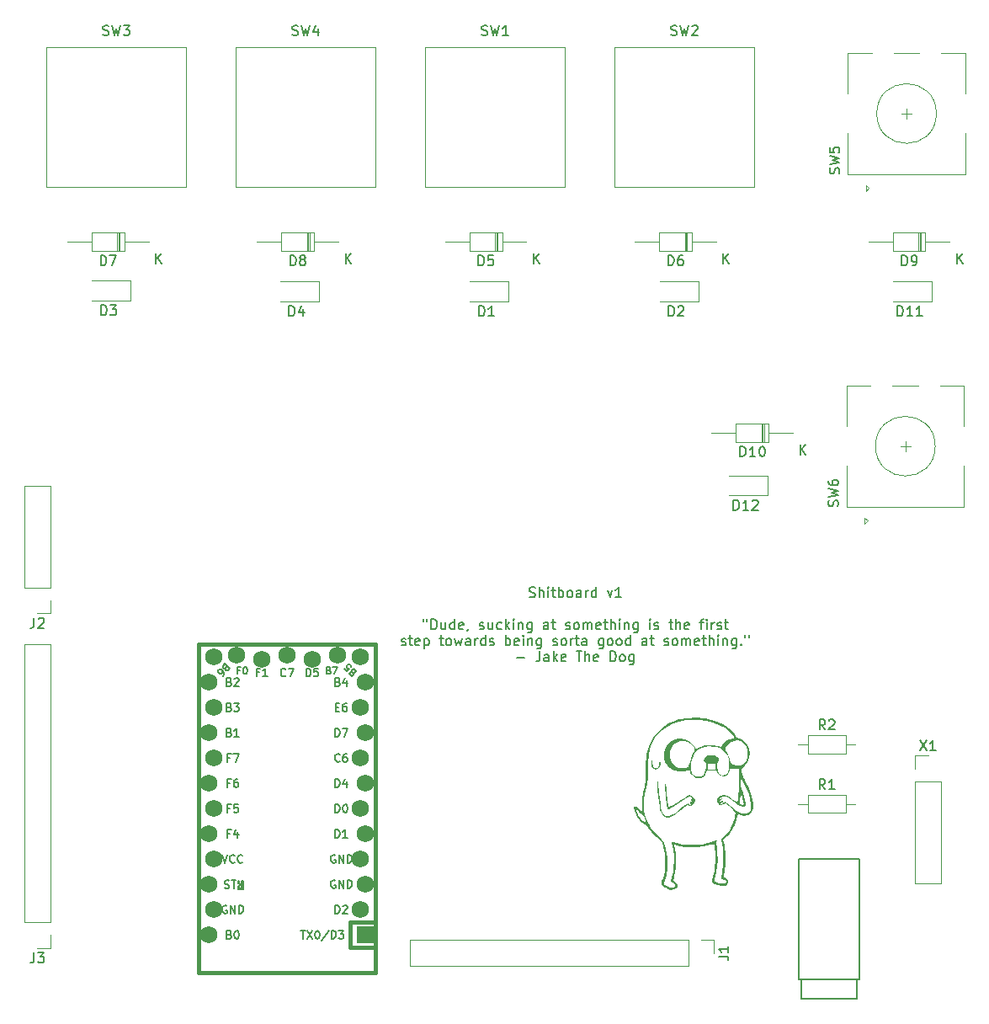
<source format=gbr>
%TF.GenerationSoftware,KiCad,Pcbnew,(6.0.10)*%
%TF.CreationDate,2023-01-18T22:34:27-08:00*%
%TF.ProjectId,shitpad,73686974-7061-4642-9e6b-696361645f70,rev?*%
%TF.SameCoordinates,Original*%
%TF.FileFunction,Legend,Top*%
%TF.FilePolarity,Positive*%
%FSLAX46Y46*%
G04 Gerber Fmt 4.6, Leading zero omitted, Abs format (unit mm)*
G04 Created by KiCad (PCBNEW (6.0.10)) date 2023-01-18 22:34:27*
%MOMM*%
%LPD*%
G01*
G04 APERTURE LIST*
%ADD10C,0.150000*%
%ADD11C,0.120000*%
%ADD12C,0.381000*%
%ADD13C,1.752600*%
%ADD14R,1.752600X1.752600*%
G04 APERTURE END LIST*
D10*
X116880952Y-112184761D02*
X117023809Y-112232380D01*
X117261904Y-112232380D01*
X117357142Y-112184761D01*
X117404761Y-112137142D01*
X117452380Y-112041904D01*
X117452380Y-111946666D01*
X117404761Y-111851428D01*
X117357142Y-111803809D01*
X117261904Y-111756190D01*
X117071428Y-111708571D01*
X116976190Y-111660952D01*
X116928571Y-111613333D01*
X116880952Y-111518095D01*
X116880952Y-111422857D01*
X116928571Y-111327619D01*
X116976190Y-111280000D01*
X117071428Y-111232380D01*
X117309523Y-111232380D01*
X117452380Y-111280000D01*
X117880952Y-112232380D02*
X117880952Y-111232380D01*
X118309523Y-112232380D02*
X118309523Y-111708571D01*
X118261904Y-111613333D01*
X118166666Y-111565714D01*
X118023809Y-111565714D01*
X117928571Y-111613333D01*
X117880952Y-111660952D01*
X118785714Y-112232380D02*
X118785714Y-111565714D01*
X118785714Y-111232380D02*
X118738095Y-111280000D01*
X118785714Y-111327619D01*
X118833333Y-111280000D01*
X118785714Y-111232380D01*
X118785714Y-111327619D01*
X119119047Y-111565714D02*
X119500000Y-111565714D01*
X119261904Y-111232380D02*
X119261904Y-112089523D01*
X119309523Y-112184761D01*
X119404761Y-112232380D01*
X119500000Y-112232380D01*
X119833333Y-112232380D02*
X119833333Y-111232380D01*
X119833333Y-111613333D02*
X119928571Y-111565714D01*
X120119047Y-111565714D01*
X120214285Y-111613333D01*
X120261904Y-111660952D01*
X120309523Y-111756190D01*
X120309523Y-112041904D01*
X120261904Y-112137142D01*
X120214285Y-112184761D01*
X120119047Y-112232380D01*
X119928571Y-112232380D01*
X119833333Y-112184761D01*
X120880952Y-112232380D02*
X120785714Y-112184761D01*
X120738095Y-112137142D01*
X120690476Y-112041904D01*
X120690476Y-111756190D01*
X120738095Y-111660952D01*
X120785714Y-111613333D01*
X120880952Y-111565714D01*
X121023809Y-111565714D01*
X121119047Y-111613333D01*
X121166666Y-111660952D01*
X121214285Y-111756190D01*
X121214285Y-112041904D01*
X121166666Y-112137142D01*
X121119047Y-112184761D01*
X121023809Y-112232380D01*
X120880952Y-112232380D01*
X122071428Y-112232380D02*
X122071428Y-111708571D01*
X122023809Y-111613333D01*
X121928571Y-111565714D01*
X121738095Y-111565714D01*
X121642857Y-111613333D01*
X122071428Y-112184761D02*
X121976190Y-112232380D01*
X121738095Y-112232380D01*
X121642857Y-112184761D01*
X121595238Y-112089523D01*
X121595238Y-111994285D01*
X121642857Y-111899047D01*
X121738095Y-111851428D01*
X121976190Y-111851428D01*
X122071428Y-111803809D01*
X122547619Y-112232380D02*
X122547619Y-111565714D01*
X122547619Y-111756190D02*
X122595238Y-111660952D01*
X122642857Y-111613333D01*
X122738095Y-111565714D01*
X122833333Y-111565714D01*
X123595238Y-112232380D02*
X123595238Y-111232380D01*
X123595238Y-112184761D02*
X123500000Y-112232380D01*
X123309523Y-112232380D01*
X123214285Y-112184761D01*
X123166666Y-112137142D01*
X123119047Y-112041904D01*
X123119047Y-111756190D01*
X123166666Y-111660952D01*
X123214285Y-111613333D01*
X123309523Y-111565714D01*
X123500000Y-111565714D01*
X123595238Y-111613333D01*
X124738095Y-111565714D02*
X124976190Y-112232380D01*
X125214285Y-111565714D01*
X126119047Y-112232380D02*
X125547619Y-112232380D01*
X125833333Y-112232380D02*
X125833333Y-111232380D01*
X125738095Y-111375238D01*
X125642857Y-111470476D01*
X125547619Y-111518095D01*
X106214285Y-114452380D02*
X106214285Y-114642857D01*
X106595238Y-114452380D02*
X106595238Y-114642857D01*
X107023809Y-115452380D02*
X107023809Y-114452380D01*
X107261904Y-114452380D01*
X107404761Y-114500000D01*
X107500000Y-114595238D01*
X107547619Y-114690476D01*
X107595238Y-114880952D01*
X107595238Y-115023809D01*
X107547619Y-115214285D01*
X107500000Y-115309523D01*
X107404761Y-115404761D01*
X107261904Y-115452380D01*
X107023809Y-115452380D01*
X108452380Y-114785714D02*
X108452380Y-115452380D01*
X108023809Y-114785714D02*
X108023809Y-115309523D01*
X108071428Y-115404761D01*
X108166666Y-115452380D01*
X108309523Y-115452380D01*
X108404761Y-115404761D01*
X108452380Y-115357142D01*
X109357142Y-115452380D02*
X109357142Y-114452380D01*
X109357142Y-115404761D02*
X109261904Y-115452380D01*
X109071428Y-115452380D01*
X108976190Y-115404761D01*
X108928571Y-115357142D01*
X108880952Y-115261904D01*
X108880952Y-114976190D01*
X108928571Y-114880952D01*
X108976190Y-114833333D01*
X109071428Y-114785714D01*
X109261904Y-114785714D01*
X109357142Y-114833333D01*
X110214285Y-115404761D02*
X110119047Y-115452380D01*
X109928571Y-115452380D01*
X109833333Y-115404761D01*
X109785714Y-115309523D01*
X109785714Y-114928571D01*
X109833333Y-114833333D01*
X109928571Y-114785714D01*
X110119047Y-114785714D01*
X110214285Y-114833333D01*
X110261904Y-114928571D01*
X110261904Y-115023809D01*
X109785714Y-115119047D01*
X110738095Y-115404761D02*
X110738095Y-115452380D01*
X110690476Y-115547619D01*
X110642857Y-115595238D01*
X111880952Y-115404761D02*
X111976190Y-115452380D01*
X112166666Y-115452380D01*
X112261904Y-115404761D01*
X112309523Y-115309523D01*
X112309523Y-115261904D01*
X112261904Y-115166666D01*
X112166666Y-115119047D01*
X112023809Y-115119047D01*
X111928571Y-115071428D01*
X111880952Y-114976190D01*
X111880952Y-114928571D01*
X111928571Y-114833333D01*
X112023809Y-114785714D01*
X112166666Y-114785714D01*
X112261904Y-114833333D01*
X113166666Y-114785714D02*
X113166666Y-115452380D01*
X112738095Y-114785714D02*
X112738095Y-115309523D01*
X112785714Y-115404761D01*
X112880952Y-115452380D01*
X113023809Y-115452380D01*
X113119047Y-115404761D01*
X113166666Y-115357142D01*
X114071428Y-115404761D02*
X113976190Y-115452380D01*
X113785714Y-115452380D01*
X113690476Y-115404761D01*
X113642857Y-115357142D01*
X113595238Y-115261904D01*
X113595238Y-114976190D01*
X113642857Y-114880952D01*
X113690476Y-114833333D01*
X113785714Y-114785714D01*
X113976190Y-114785714D01*
X114071428Y-114833333D01*
X114500000Y-115452380D02*
X114500000Y-114452380D01*
X114595238Y-115071428D02*
X114880952Y-115452380D01*
X114880952Y-114785714D02*
X114500000Y-115166666D01*
X115309523Y-115452380D02*
X115309523Y-114785714D01*
X115309523Y-114452380D02*
X115261904Y-114500000D01*
X115309523Y-114547619D01*
X115357142Y-114500000D01*
X115309523Y-114452380D01*
X115309523Y-114547619D01*
X115785714Y-114785714D02*
X115785714Y-115452380D01*
X115785714Y-114880952D02*
X115833333Y-114833333D01*
X115928571Y-114785714D01*
X116071428Y-114785714D01*
X116166666Y-114833333D01*
X116214285Y-114928571D01*
X116214285Y-115452380D01*
X117119047Y-114785714D02*
X117119047Y-115595238D01*
X117071428Y-115690476D01*
X117023809Y-115738095D01*
X116928571Y-115785714D01*
X116785714Y-115785714D01*
X116690476Y-115738095D01*
X117119047Y-115404761D02*
X117023809Y-115452380D01*
X116833333Y-115452380D01*
X116738095Y-115404761D01*
X116690476Y-115357142D01*
X116642857Y-115261904D01*
X116642857Y-114976190D01*
X116690476Y-114880952D01*
X116738095Y-114833333D01*
X116833333Y-114785714D01*
X117023809Y-114785714D01*
X117119047Y-114833333D01*
X118785714Y-115452380D02*
X118785714Y-114928571D01*
X118738095Y-114833333D01*
X118642857Y-114785714D01*
X118452380Y-114785714D01*
X118357142Y-114833333D01*
X118785714Y-115404761D02*
X118690476Y-115452380D01*
X118452380Y-115452380D01*
X118357142Y-115404761D01*
X118309523Y-115309523D01*
X118309523Y-115214285D01*
X118357142Y-115119047D01*
X118452380Y-115071428D01*
X118690476Y-115071428D01*
X118785714Y-115023809D01*
X119119047Y-114785714D02*
X119500000Y-114785714D01*
X119261904Y-114452380D02*
X119261904Y-115309523D01*
X119309523Y-115404761D01*
X119404761Y-115452380D01*
X119500000Y-115452380D01*
X120547619Y-115404761D02*
X120642857Y-115452380D01*
X120833333Y-115452380D01*
X120928571Y-115404761D01*
X120976190Y-115309523D01*
X120976190Y-115261904D01*
X120928571Y-115166666D01*
X120833333Y-115119047D01*
X120690476Y-115119047D01*
X120595238Y-115071428D01*
X120547619Y-114976190D01*
X120547619Y-114928571D01*
X120595238Y-114833333D01*
X120690476Y-114785714D01*
X120833333Y-114785714D01*
X120928571Y-114833333D01*
X121547619Y-115452380D02*
X121452380Y-115404761D01*
X121404761Y-115357142D01*
X121357142Y-115261904D01*
X121357142Y-114976190D01*
X121404761Y-114880952D01*
X121452380Y-114833333D01*
X121547619Y-114785714D01*
X121690476Y-114785714D01*
X121785714Y-114833333D01*
X121833333Y-114880952D01*
X121880952Y-114976190D01*
X121880952Y-115261904D01*
X121833333Y-115357142D01*
X121785714Y-115404761D01*
X121690476Y-115452380D01*
X121547619Y-115452380D01*
X122309523Y-115452380D02*
X122309523Y-114785714D01*
X122309523Y-114880952D02*
X122357142Y-114833333D01*
X122452380Y-114785714D01*
X122595238Y-114785714D01*
X122690476Y-114833333D01*
X122738095Y-114928571D01*
X122738095Y-115452380D01*
X122738095Y-114928571D02*
X122785714Y-114833333D01*
X122880952Y-114785714D01*
X123023809Y-114785714D01*
X123119047Y-114833333D01*
X123166666Y-114928571D01*
X123166666Y-115452380D01*
X124023809Y-115404761D02*
X123928571Y-115452380D01*
X123738095Y-115452380D01*
X123642857Y-115404761D01*
X123595238Y-115309523D01*
X123595238Y-114928571D01*
X123642857Y-114833333D01*
X123738095Y-114785714D01*
X123928571Y-114785714D01*
X124023809Y-114833333D01*
X124071428Y-114928571D01*
X124071428Y-115023809D01*
X123595238Y-115119047D01*
X124357142Y-114785714D02*
X124738095Y-114785714D01*
X124500000Y-114452380D02*
X124500000Y-115309523D01*
X124547619Y-115404761D01*
X124642857Y-115452380D01*
X124738095Y-115452380D01*
X125071428Y-115452380D02*
X125071428Y-114452380D01*
X125500000Y-115452380D02*
X125500000Y-114928571D01*
X125452380Y-114833333D01*
X125357142Y-114785714D01*
X125214285Y-114785714D01*
X125119047Y-114833333D01*
X125071428Y-114880952D01*
X125976190Y-115452380D02*
X125976190Y-114785714D01*
X125976190Y-114452380D02*
X125928571Y-114500000D01*
X125976190Y-114547619D01*
X126023809Y-114500000D01*
X125976190Y-114452380D01*
X125976190Y-114547619D01*
X126452380Y-114785714D02*
X126452380Y-115452380D01*
X126452380Y-114880952D02*
X126500000Y-114833333D01*
X126595238Y-114785714D01*
X126738095Y-114785714D01*
X126833333Y-114833333D01*
X126880952Y-114928571D01*
X126880952Y-115452380D01*
X127785714Y-114785714D02*
X127785714Y-115595238D01*
X127738095Y-115690476D01*
X127690476Y-115738095D01*
X127595238Y-115785714D01*
X127452380Y-115785714D01*
X127357142Y-115738095D01*
X127785714Y-115404761D02*
X127690476Y-115452380D01*
X127500000Y-115452380D01*
X127404761Y-115404761D01*
X127357142Y-115357142D01*
X127309523Y-115261904D01*
X127309523Y-114976190D01*
X127357142Y-114880952D01*
X127404761Y-114833333D01*
X127500000Y-114785714D01*
X127690476Y-114785714D01*
X127785714Y-114833333D01*
X129023809Y-115452380D02*
X129023809Y-114785714D01*
X129023809Y-114452380D02*
X128976190Y-114500000D01*
X129023809Y-114547619D01*
X129071428Y-114500000D01*
X129023809Y-114452380D01*
X129023809Y-114547619D01*
X129452380Y-115404761D02*
X129547619Y-115452380D01*
X129738095Y-115452380D01*
X129833333Y-115404761D01*
X129880952Y-115309523D01*
X129880952Y-115261904D01*
X129833333Y-115166666D01*
X129738095Y-115119047D01*
X129595238Y-115119047D01*
X129500000Y-115071428D01*
X129452380Y-114976190D01*
X129452380Y-114928571D01*
X129500000Y-114833333D01*
X129595238Y-114785714D01*
X129738095Y-114785714D01*
X129833333Y-114833333D01*
X130928571Y-114785714D02*
X131309523Y-114785714D01*
X131071428Y-114452380D02*
X131071428Y-115309523D01*
X131119047Y-115404761D01*
X131214285Y-115452380D01*
X131309523Y-115452380D01*
X131642857Y-115452380D02*
X131642857Y-114452380D01*
X132071428Y-115452380D02*
X132071428Y-114928571D01*
X132023809Y-114833333D01*
X131928571Y-114785714D01*
X131785714Y-114785714D01*
X131690476Y-114833333D01*
X131642857Y-114880952D01*
X132928571Y-115404761D02*
X132833333Y-115452380D01*
X132642857Y-115452380D01*
X132547619Y-115404761D01*
X132499999Y-115309523D01*
X132499999Y-114928571D01*
X132547619Y-114833333D01*
X132642857Y-114785714D01*
X132833333Y-114785714D01*
X132928571Y-114833333D01*
X132976190Y-114928571D01*
X132976190Y-115023809D01*
X132499999Y-115119047D01*
X134023809Y-114785714D02*
X134404761Y-114785714D01*
X134166666Y-115452380D02*
X134166666Y-114595238D01*
X134214285Y-114500000D01*
X134309523Y-114452380D01*
X134404761Y-114452380D01*
X134738095Y-115452380D02*
X134738095Y-114785714D01*
X134738095Y-114452380D02*
X134690476Y-114500000D01*
X134738095Y-114547619D01*
X134785714Y-114500000D01*
X134738095Y-114452380D01*
X134738095Y-114547619D01*
X135214285Y-115452380D02*
X135214285Y-114785714D01*
X135214285Y-114976190D02*
X135261904Y-114880952D01*
X135309523Y-114833333D01*
X135404761Y-114785714D01*
X135500000Y-114785714D01*
X135785714Y-115404761D02*
X135880952Y-115452380D01*
X136071428Y-115452380D01*
X136166666Y-115404761D01*
X136214285Y-115309523D01*
X136214285Y-115261904D01*
X136166666Y-115166666D01*
X136071428Y-115119047D01*
X135928571Y-115119047D01*
X135833333Y-115071428D01*
X135785714Y-114976190D01*
X135785714Y-114928571D01*
X135833333Y-114833333D01*
X135928571Y-114785714D01*
X136071428Y-114785714D01*
X136166666Y-114833333D01*
X136500000Y-114785714D02*
X136880952Y-114785714D01*
X136642857Y-114452380D02*
X136642857Y-115309523D01*
X136690476Y-115404761D01*
X136785714Y-115452380D01*
X136880952Y-115452380D01*
X104023809Y-117014761D02*
X104119047Y-117062380D01*
X104309523Y-117062380D01*
X104404761Y-117014761D01*
X104452380Y-116919523D01*
X104452380Y-116871904D01*
X104404761Y-116776666D01*
X104309523Y-116729047D01*
X104166666Y-116729047D01*
X104071428Y-116681428D01*
X104023809Y-116586190D01*
X104023809Y-116538571D01*
X104071428Y-116443333D01*
X104166666Y-116395714D01*
X104309523Y-116395714D01*
X104404761Y-116443333D01*
X104738095Y-116395714D02*
X105119047Y-116395714D01*
X104880952Y-116062380D02*
X104880952Y-116919523D01*
X104928571Y-117014761D01*
X105023809Y-117062380D01*
X105119047Y-117062380D01*
X105833333Y-117014761D02*
X105738095Y-117062380D01*
X105547619Y-117062380D01*
X105452380Y-117014761D01*
X105404761Y-116919523D01*
X105404761Y-116538571D01*
X105452380Y-116443333D01*
X105547619Y-116395714D01*
X105738095Y-116395714D01*
X105833333Y-116443333D01*
X105880952Y-116538571D01*
X105880952Y-116633809D01*
X105404761Y-116729047D01*
X106309523Y-116395714D02*
X106309523Y-117395714D01*
X106309523Y-116443333D02*
X106404761Y-116395714D01*
X106595238Y-116395714D01*
X106690476Y-116443333D01*
X106738095Y-116490952D01*
X106785714Y-116586190D01*
X106785714Y-116871904D01*
X106738095Y-116967142D01*
X106690476Y-117014761D01*
X106595238Y-117062380D01*
X106404761Y-117062380D01*
X106309523Y-117014761D01*
X107833333Y-116395714D02*
X108214285Y-116395714D01*
X107976190Y-116062380D02*
X107976190Y-116919523D01*
X108023809Y-117014761D01*
X108119047Y-117062380D01*
X108214285Y-117062380D01*
X108690476Y-117062380D02*
X108595238Y-117014761D01*
X108547619Y-116967142D01*
X108500000Y-116871904D01*
X108500000Y-116586190D01*
X108547619Y-116490952D01*
X108595238Y-116443333D01*
X108690476Y-116395714D01*
X108833333Y-116395714D01*
X108928571Y-116443333D01*
X108976190Y-116490952D01*
X109023809Y-116586190D01*
X109023809Y-116871904D01*
X108976190Y-116967142D01*
X108928571Y-117014761D01*
X108833333Y-117062380D01*
X108690476Y-117062380D01*
X109357142Y-116395714D02*
X109547619Y-117062380D01*
X109738095Y-116586190D01*
X109928571Y-117062380D01*
X110119047Y-116395714D01*
X110928571Y-117062380D02*
X110928571Y-116538571D01*
X110880952Y-116443333D01*
X110785714Y-116395714D01*
X110595238Y-116395714D01*
X110500000Y-116443333D01*
X110928571Y-117014761D02*
X110833333Y-117062380D01*
X110595238Y-117062380D01*
X110500000Y-117014761D01*
X110452380Y-116919523D01*
X110452380Y-116824285D01*
X110500000Y-116729047D01*
X110595238Y-116681428D01*
X110833333Y-116681428D01*
X110928571Y-116633809D01*
X111404761Y-117062380D02*
X111404761Y-116395714D01*
X111404761Y-116586190D02*
X111452380Y-116490952D01*
X111500000Y-116443333D01*
X111595238Y-116395714D01*
X111690476Y-116395714D01*
X112452380Y-117062380D02*
X112452380Y-116062380D01*
X112452380Y-117014761D02*
X112357142Y-117062380D01*
X112166666Y-117062380D01*
X112071428Y-117014761D01*
X112023809Y-116967142D01*
X111976190Y-116871904D01*
X111976190Y-116586190D01*
X112023809Y-116490952D01*
X112071428Y-116443333D01*
X112166666Y-116395714D01*
X112357142Y-116395714D01*
X112452380Y-116443333D01*
X112880952Y-117014761D02*
X112976190Y-117062380D01*
X113166666Y-117062380D01*
X113261904Y-117014761D01*
X113309523Y-116919523D01*
X113309523Y-116871904D01*
X113261904Y-116776666D01*
X113166666Y-116729047D01*
X113023809Y-116729047D01*
X112928571Y-116681428D01*
X112880952Y-116586190D01*
X112880952Y-116538571D01*
X112928571Y-116443333D01*
X113023809Y-116395714D01*
X113166666Y-116395714D01*
X113261904Y-116443333D01*
X114500000Y-117062380D02*
X114500000Y-116062380D01*
X114500000Y-116443333D02*
X114595238Y-116395714D01*
X114785714Y-116395714D01*
X114880952Y-116443333D01*
X114928571Y-116490952D01*
X114976190Y-116586190D01*
X114976190Y-116871904D01*
X114928571Y-116967142D01*
X114880952Y-117014761D01*
X114785714Y-117062380D01*
X114595238Y-117062380D01*
X114500000Y-117014761D01*
X115785714Y-117014761D02*
X115690476Y-117062380D01*
X115500000Y-117062380D01*
X115404761Y-117014761D01*
X115357142Y-116919523D01*
X115357142Y-116538571D01*
X115404761Y-116443333D01*
X115500000Y-116395714D01*
X115690476Y-116395714D01*
X115785714Y-116443333D01*
X115833333Y-116538571D01*
X115833333Y-116633809D01*
X115357142Y-116729047D01*
X116261904Y-117062380D02*
X116261904Y-116395714D01*
X116261904Y-116062380D02*
X116214285Y-116110000D01*
X116261904Y-116157619D01*
X116309523Y-116110000D01*
X116261904Y-116062380D01*
X116261904Y-116157619D01*
X116738095Y-116395714D02*
X116738095Y-117062380D01*
X116738095Y-116490952D02*
X116785714Y-116443333D01*
X116880952Y-116395714D01*
X117023809Y-116395714D01*
X117119047Y-116443333D01*
X117166666Y-116538571D01*
X117166666Y-117062380D01*
X118071428Y-116395714D02*
X118071428Y-117205238D01*
X118023809Y-117300476D01*
X117976190Y-117348095D01*
X117880952Y-117395714D01*
X117738095Y-117395714D01*
X117642857Y-117348095D01*
X118071428Y-117014761D02*
X117976190Y-117062380D01*
X117785714Y-117062380D01*
X117690476Y-117014761D01*
X117642857Y-116967142D01*
X117595238Y-116871904D01*
X117595238Y-116586190D01*
X117642857Y-116490952D01*
X117690476Y-116443333D01*
X117785714Y-116395714D01*
X117976190Y-116395714D01*
X118071428Y-116443333D01*
X119261904Y-117014761D02*
X119357142Y-117062380D01*
X119547619Y-117062380D01*
X119642857Y-117014761D01*
X119690476Y-116919523D01*
X119690476Y-116871904D01*
X119642857Y-116776666D01*
X119547619Y-116729047D01*
X119404761Y-116729047D01*
X119309523Y-116681428D01*
X119261904Y-116586190D01*
X119261904Y-116538571D01*
X119309523Y-116443333D01*
X119404761Y-116395714D01*
X119547619Y-116395714D01*
X119642857Y-116443333D01*
X120261904Y-117062380D02*
X120166666Y-117014761D01*
X120119047Y-116967142D01*
X120071428Y-116871904D01*
X120071428Y-116586190D01*
X120119047Y-116490952D01*
X120166666Y-116443333D01*
X120261904Y-116395714D01*
X120404761Y-116395714D01*
X120500000Y-116443333D01*
X120547619Y-116490952D01*
X120595238Y-116586190D01*
X120595238Y-116871904D01*
X120547619Y-116967142D01*
X120500000Y-117014761D01*
X120404761Y-117062380D01*
X120261904Y-117062380D01*
X121023809Y-117062380D02*
X121023809Y-116395714D01*
X121023809Y-116586190D02*
X121071428Y-116490952D01*
X121119047Y-116443333D01*
X121214285Y-116395714D01*
X121309523Y-116395714D01*
X121500000Y-116395714D02*
X121880952Y-116395714D01*
X121642857Y-116062380D02*
X121642857Y-116919523D01*
X121690476Y-117014761D01*
X121785714Y-117062380D01*
X121880952Y-117062380D01*
X122642857Y-117062380D02*
X122642857Y-116538571D01*
X122595238Y-116443333D01*
X122499999Y-116395714D01*
X122309523Y-116395714D01*
X122214285Y-116443333D01*
X122642857Y-117014761D02*
X122547619Y-117062380D01*
X122309523Y-117062380D01*
X122214285Y-117014761D01*
X122166666Y-116919523D01*
X122166666Y-116824285D01*
X122214285Y-116729047D01*
X122309523Y-116681428D01*
X122547619Y-116681428D01*
X122642857Y-116633809D01*
X124309523Y-116395714D02*
X124309523Y-117205238D01*
X124261904Y-117300476D01*
X124214285Y-117348095D01*
X124119047Y-117395714D01*
X123976190Y-117395714D01*
X123880952Y-117348095D01*
X124309523Y-117014761D02*
X124214285Y-117062380D01*
X124023809Y-117062380D01*
X123928571Y-117014761D01*
X123880952Y-116967142D01*
X123833333Y-116871904D01*
X123833333Y-116586190D01*
X123880952Y-116490952D01*
X123928571Y-116443333D01*
X124023809Y-116395714D01*
X124214285Y-116395714D01*
X124309523Y-116443333D01*
X124928571Y-117062380D02*
X124833333Y-117014761D01*
X124785714Y-116967142D01*
X124738095Y-116871904D01*
X124738095Y-116586190D01*
X124785714Y-116490952D01*
X124833333Y-116443333D01*
X124928571Y-116395714D01*
X125071428Y-116395714D01*
X125166666Y-116443333D01*
X125214285Y-116490952D01*
X125261904Y-116586190D01*
X125261904Y-116871904D01*
X125214285Y-116967142D01*
X125166666Y-117014761D01*
X125071428Y-117062380D01*
X124928571Y-117062380D01*
X125833333Y-117062380D02*
X125738095Y-117014761D01*
X125690476Y-116967142D01*
X125642857Y-116871904D01*
X125642857Y-116586190D01*
X125690476Y-116490952D01*
X125738095Y-116443333D01*
X125833333Y-116395714D01*
X125976190Y-116395714D01*
X126071428Y-116443333D01*
X126119047Y-116490952D01*
X126166666Y-116586190D01*
X126166666Y-116871904D01*
X126119047Y-116967142D01*
X126071428Y-117014761D01*
X125976190Y-117062380D01*
X125833333Y-117062380D01*
X127023809Y-117062380D02*
X127023809Y-116062380D01*
X127023809Y-117014761D02*
X126928571Y-117062380D01*
X126738095Y-117062380D01*
X126642857Y-117014761D01*
X126595238Y-116967142D01*
X126547619Y-116871904D01*
X126547619Y-116586190D01*
X126595238Y-116490952D01*
X126642857Y-116443333D01*
X126738095Y-116395714D01*
X126928571Y-116395714D01*
X127023809Y-116443333D01*
X128690476Y-117062380D02*
X128690476Y-116538571D01*
X128642857Y-116443333D01*
X128547619Y-116395714D01*
X128357142Y-116395714D01*
X128261904Y-116443333D01*
X128690476Y-117014761D02*
X128595238Y-117062380D01*
X128357142Y-117062380D01*
X128261904Y-117014761D01*
X128214285Y-116919523D01*
X128214285Y-116824285D01*
X128261904Y-116729047D01*
X128357142Y-116681428D01*
X128595238Y-116681428D01*
X128690476Y-116633809D01*
X129023809Y-116395714D02*
X129404761Y-116395714D01*
X129166666Y-116062380D02*
X129166666Y-116919523D01*
X129214285Y-117014761D01*
X129309523Y-117062380D01*
X129404761Y-117062380D01*
X130452380Y-117014761D02*
X130547619Y-117062380D01*
X130738095Y-117062380D01*
X130833333Y-117014761D01*
X130880952Y-116919523D01*
X130880952Y-116871904D01*
X130833333Y-116776666D01*
X130738095Y-116729047D01*
X130595238Y-116729047D01*
X130499999Y-116681428D01*
X130452380Y-116586190D01*
X130452380Y-116538571D01*
X130499999Y-116443333D01*
X130595238Y-116395714D01*
X130738095Y-116395714D01*
X130833333Y-116443333D01*
X131452380Y-117062380D02*
X131357142Y-117014761D01*
X131309523Y-116967142D01*
X131261904Y-116871904D01*
X131261904Y-116586190D01*
X131309523Y-116490952D01*
X131357142Y-116443333D01*
X131452380Y-116395714D01*
X131595238Y-116395714D01*
X131690476Y-116443333D01*
X131738095Y-116490952D01*
X131785714Y-116586190D01*
X131785714Y-116871904D01*
X131738095Y-116967142D01*
X131690476Y-117014761D01*
X131595238Y-117062380D01*
X131452380Y-117062380D01*
X132214285Y-117062380D02*
X132214285Y-116395714D01*
X132214285Y-116490952D02*
X132261904Y-116443333D01*
X132357142Y-116395714D01*
X132499999Y-116395714D01*
X132595238Y-116443333D01*
X132642857Y-116538571D01*
X132642857Y-117062380D01*
X132642857Y-116538571D02*
X132690476Y-116443333D01*
X132785714Y-116395714D01*
X132928571Y-116395714D01*
X133023809Y-116443333D01*
X133071428Y-116538571D01*
X133071428Y-117062380D01*
X133928571Y-117014761D02*
X133833333Y-117062380D01*
X133642857Y-117062380D01*
X133547619Y-117014761D01*
X133499999Y-116919523D01*
X133499999Y-116538571D01*
X133547619Y-116443333D01*
X133642857Y-116395714D01*
X133833333Y-116395714D01*
X133928571Y-116443333D01*
X133976190Y-116538571D01*
X133976190Y-116633809D01*
X133499999Y-116729047D01*
X134261904Y-116395714D02*
X134642857Y-116395714D01*
X134404761Y-116062380D02*
X134404761Y-116919523D01*
X134452380Y-117014761D01*
X134547619Y-117062380D01*
X134642857Y-117062380D01*
X134976190Y-117062380D02*
X134976190Y-116062380D01*
X135404761Y-117062380D02*
X135404761Y-116538571D01*
X135357142Y-116443333D01*
X135261904Y-116395714D01*
X135119047Y-116395714D01*
X135023809Y-116443333D01*
X134976190Y-116490952D01*
X135880952Y-117062380D02*
X135880952Y-116395714D01*
X135880952Y-116062380D02*
X135833333Y-116110000D01*
X135880952Y-116157619D01*
X135928571Y-116110000D01*
X135880952Y-116062380D01*
X135880952Y-116157619D01*
X136357142Y-116395714D02*
X136357142Y-117062380D01*
X136357142Y-116490952D02*
X136404761Y-116443333D01*
X136499999Y-116395714D01*
X136642857Y-116395714D01*
X136738095Y-116443333D01*
X136785714Y-116538571D01*
X136785714Y-117062380D01*
X137690476Y-116395714D02*
X137690476Y-117205238D01*
X137642857Y-117300476D01*
X137595238Y-117348095D01*
X137499999Y-117395714D01*
X137357142Y-117395714D01*
X137261904Y-117348095D01*
X137690476Y-117014761D02*
X137595238Y-117062380D01*
X137404761Y-117062380D01*
X137309523Y-117014761D01*
X137261904Y-116967142D01*
X137214285Y-116871904D01*
X137214285Y-116586190D01*
X137261904Y-116490952D01*
X137309523Y-116443333D01*
X137404761Y-116395714D01*
X137595238Y-116395714D01*
X137690476Y-116443333D01*
X138166666Y-116967142D02*
X138214285Y-117014761D01*
X138166666Y-117062380D01*
X138119047Y-117014761D01*
X138166666Y-116967142D01*
X138166666Y-117062380D01*
X138595238Y-116062380D02*
X138595238Y-116252857D01*
X138976190Y-116062380D02*
X138976190Y-116252857D01*
X115642857Y-118291428D02*
X116404761Y-118291428D01*
X117928571Y-117672380D02*
X117928571Y-118386666D01*
X117880952Y-118529523D01*
X117785714Y-118624761D01*
X117642857Y-118672380D01*
X117547619Y-118672380D01*
X118833333Y-118672380D02*
X118833333Y-118148571D01*
X118785714Y-118053333D01*
X118690476Y-118005714D01*
X118500000Y-118005714D01*
X118404761Y-118053333D01*
X118833333Y-118624761D02*
X118738095Y-118672380D01*
X118500000Y-118672380D01*
X118404761Y-118624761D01*
X118357142Y-118529523D01*
X118357142Y-118434285D01*
X118404761Y-118339047D01*
X118500000Y-118291428D01*
X118738095Y-118291428D01*
X118833333Y-118243809D01*
X119309523Y-118672380D02*
X119309523Y-117672380D01*
X119404761Y-118291428D02*
X119690476Y-118672380D01*
X119690476Y-118005714D02*
X119309523Y-118386666D01*
X120500000Y-118624761D02*
X120404761Y-118672380D01*
X120214285Y-118672380D01*
X120119047Y-118624761D01*
X120071428Y-118529523D01*
X120071428Y-118148571D01*
X120119047Y-118053333D01*
X120214285Y-118005714D01*
X120404761Y-118005714D01*
X120500000Y-118053333D01*
X120547619Y-118148571D01*
X120547619Y-118243809D01*
X120071428Y-118339047D01*
X121595238Y-117672380D02*
X122166666Y-117672380D01*
X121880952Y-118672380D02*
X121880952Y-117672380D01*
X122500000Y-118672380D02*
X122500000Y-117672380D01*
X122928571Y-118672380D02*
X122928571Y-118148571D01*
X122880952Y-118053333D01*
X122785714Y-118005714D01*
X122642857Y-118005714D01*
X122547619Y-118053333D01*
X122500000Y-118100952D01*
X123785714Y-118624761D02*
X123690476Y-118672380D01*
X123500000Y-118672380D01*
X123404761Y-118624761D01*
X123357142Y-118529523D01*
X123357142Y-118148571D01*
X123404761Y-118053333D01*
X123500000Y-118005714D01*
X123690476Y-118005714D01*
X123785714Y-118053333D01*
X123833333Y-118148571D01*
X123833333Y-118243809D01*
X123357142Y-118339047D01*
X125023809Y-118672380D02*
X125023809Y-117672380D01*
X125261904Y-117672380D01*
X125404761Y-117720000D01*
X125500000Y-117815238D01*
X125547619Y-117910476D01*
X125595238Y-118100952D01*
X125595238Y-118243809D01*
X125547619Y-118434285D01*
X125500000Y-118529523D01*
X125404761Y-118624761D01*
X125261904Y-118672380D01*
X125023809Y-118672380D01*
X126166666Y-118672380D02*
X126071428Y-118624761D01*
X126023809Y-118577142D01*
X125976190Y-118481904D01*
X125976190Y-118196190D01*
X126023809Y-118100952D01*
X126071428Y-118053333D01*
X126166666Y-118005714D01*
X126309523Y-118005714D01*
X126404761Y-118053333D01*
X126452380Y-118100952D01*
X126500000Y-118196190D01*
X126500000Y-118481904D01*
X126452380Y-118577142D01*
X126404761Y-118624761D01*
X126309523Y-118672380D01*
X126166666Y-118672380D01*
X127357142Y-118005714D02*
X127357142Y-118815238D01*
X127309523Y-118910476D01*
X127261904Y-118958095D01*
X127166666Y-119005714D01*
X127023809Y-119005714D01*
X126928571Y-118958095D01*
X127357142Y-118624761D02*
X127261904Y-118672380D01*
X127071428Y-118672380D01*
X126976190Y-118624761D01*
X126928571Y-118577142D01*
X126880952Y-118481904D01*
X126880952Y-118196190D01*
X126928571Y-118100952D01*
X126976190Y-118053333D01*
X127071428Y-118005714D01*
X127261904Y-118005714D01*
X127357142Y-118053333D01*
%TO.C,SW1*%
X112098666Y-55698511D02*
X112241523Y-55746130D01*
X112479619Y-55746130D01*
X112574857Y-55698511D01*
X112622476Y-55650892D01*
X112670095Y-55555654D01*
X112670095Y-55460416D01*
X112622476Y-55365178D01*
X112574857Y-55317559D01*
X112479619Y-55269940D01*
X112289142Y-55222321D01*
X112193904Y-55174702D01*
X112146285Y-55127083D01*
X112098666Y-55031845D01*
X112098666Y-54936607D01*
X112146285Y-54841369D01*
X112193904Y-54793750D01*
X112289142Y-54746130D01*
X112527238Y-54746130D01*
X112670095Y-54793750D01*
X113003428Y-54746130D02*
X113241523Y-55746130D01*
X113432000Y-55031845D01*
X113622476Y-55746130D01*
X113860571Y-54746130D01*
X114765333Y-55746130D02*
X114193904Y-55746130D01*
X114479619Y-55746130D02*
X114479619Y-54746130D01*
X114384380Y-54888988D01*
X114289142Y-54984226D01*
X114193904Y-55031845D01*
%TO.C,R2*%
X146633333Y-125532380D02*
X146300000Y-125056190D01*
X146061904Y-125532380D02*
X146061904Y-124532380D01*
X146442857Y-124532380D01*
X146538095Y-124580000D01*
X146585714Y-124627619D01*
X146633333Y-124722857D01*
X146633333Y-124865714D01*
X146585714Y-124960952D01*
X146538095Y-125008571D01*
X146442857Y-125056190D01*
X146061904Y-125056190D01*
X147014285Y-124627619D02*
X147061904Y-124580000D01*
X147157142Y-124532380D01*
X147395238Y-124532380D01*
X147490476Y-124580000D01*
X147538095Y-124627619D01*
X147585714Y-124722857D01*
X147585714Y-124818095D01*
X147538095Y-124960952D01*
X146966666Y-125532380D01*
X147585714Y-125532380D01*
%TO.C,R1*%
X146633333Y-131532380D02*
X146300000Y-131056190D01*
X146061904Y-131532380D02*
X146061904Y-130532380D01*
X146442857Y-130532380D01*
X146538095Y-130580000D01*
X146585714Y-130627619D01*
X146633333Y-130722857D01*
X146633333Y-130865714D01*
X146585714Y-130960952D01*
X146538095Y-131008571D01*
X146442857Y-131056190D01*
X146061904Y-131056190D01*
X147585714Y-131532380D02*
X147014285Y-131532380D01*
X147300000Y-131532380D02*
X147300000Y-130532380D01*
X147204761Y-130675238D01*
X147109523Y-130770476D01*
X147014285Y-130818095D01*
%TO.C,SW6*%
X147911761Y-103077083D02*
X147959380Y-102934226D01*
X147959380Y-102696130D01*
X147911761Y-102600892D01*
X147864142Y-102553273D01*
X147768904Y-102505654D01*
X147673666Y-102505654D01*
X147578428Y-102553273D01*
X147530809Y-102600892D01*
X147483190Y-102696130D01*
X147435571Y-102886607D01*
X147387952Y-102981845D01*
X147340333Y-103029464D01*
X147245095Y-103077083D01*
X147149857Y-103077083D01*
X147054619Y-103029464D01*
X147007000Y-102981845D01*
X146959380Y-102886607D01*
X146959380Y-102648511D01*
X147007000Y-102505654D01*
X146959380Y-102172321D02*
X147959380Y-101934226D01*
X147245095Y-101743750D01*
X147959380Y-101553273D01*
X146959380Y-101315178D01*
X146959380Y-100505654D02*
X146959380Y-100696130D01*
X147007000Y-100791369D01*
X147054619Y-100838988D01*
X147197476Y-100934226D01*
X147387952Y-100981845D01*
X147768904Y-100981845D01*
X147864142Y-100934226D01*
X147911761Y-100886607D01*
X147959380Y-100791369D01*
X147959380Y-100600892D01*
X147911761Y-100505654D01*
X147864142Y-100458035D01*
X147768904Y-100410416D01*
X147530809Y-100410416D01*
X147435571Y-100458035D01*
X147387952Y-100505654D01*
X147340333Y-100600892D01*
X147340333Y-100791369D01*
X147387952Y-100886607D01*
X147435571Y-100934226D01*
X147530809Y-100981845D01*
%TO.C,D12*%
X137411464Y-103452380D02*
X137411464Y-102452380D01*
X137649559Y-102452380D01*
X137792416Y-102500000D01*
X137887654Y-102595238D01*
X137935273Y-102690476D01*
X137982892Y-102880952D01*
X137982892Y-103023809D01*
X137935273Y-103214285D01*
X137887654Y-103309523D01*
X137792416Y-103404761D01*
X137649559Y-103452380D01*
X137411464Y-103452380D01*
X138935273Y-103452380D02*
X138363845Y-103452380D01*
X138649559Y-103452380D02*
X138649559Y-102452380D01*
X138554321Y-102595238D01*
X138459083Y-102690476D01*
X138363845Y-102738095D01*
X139316226Y-102547619D02*
X139363845Y-102500000D01*
X139459083Y-102452380D01*
X139697178Y-102452380D01*
X139792416Y-102500000D01*
X139840035Y-102547619D01*
X139887654Y-102642857D01*
X139887654Y-102738095D01*
X139840035Y-102880952D01*
X139268607Y-103452380D01*
X139887654Y-103452380D01*
%TO.C,D11*%
X153911464Y-83952380D02*
X153911464Y-82952380D01*
X154149559Y-82952380D01*
X154292416Y-83000000D01*
X154387654Y-83095238D01*
X154435273Y-83190476D01*
X154482892Y-83380952D01*
X154482892Y-83523809D01*
X154435273Y-83714285D01*
X154387654Y-83809523D01*
X154292416Y-83904761D01*
X154149559Y-83952380D01*
X153911464Y-83952380D01*
X155435273Y-83952380D02*
X154863845Y-83952380D01*
X155149559Y-83952380D02*
X155149559Y-82952380D01*
X155054321Y-83095238D01*
X154959083Y-83190476D01*
X154863845Y-83238095D01*
X156387654Y-83952380D02*
X155816226Y-83952380D01*
X156101940Y-83952380D02*
X156101940Y-82952380D01*
X156006702Y-83095238D01*
X155911464Y-83190476D01*
X155816226Y-83238095D01*
%TO.C,D10*%
X138093964Y-98078630D02*
X138093964Y-97078630D01*
X138332059Y-97078630D01*
X138474916Y-97126250D01*
X138570154Y-97221488D01*
X138617773Y-97316726D01*
X138665392Y-97507202D01*
X138665392Y-97650059D01*
X138617773Y-97840535D01*
X138570154Y-97935773D01*
X138474916Y-98031011D01*
X138332059Y-98078630D01*
X138093964Y-98078630D01*
X139617773Y-98078630D02*
X139046345Y-98078630D01*
X139332059Y-98078630D02*
X139332059Y-97078630D01*
X139236821Y-97221488D01*
X139141583Y-97316726D01*
X139046345Y-97364345D01*
X140236821Y-97078630D02*
X140332059Y-97078630D01*
X140427297Y-97126250D01*
X140474916Y-97173869D01*
X140522535Y-97269107D01*
X140570154Y-97459583D01*
X140570154Y-97697678D01*
X140522535Y-97888154D01*
X140474916Y-97983392D01*
X140427297Y-98031011D01*
X140332059Y-98078630D01*
X140236821Y-98078630D01*
X140141583Y-98031011D01*
X140093964Y-97983392D01*
X140046345Y-97888154D01*
X139998726Y-97697678D01*
X139998726Y-97459583D01*
X140046345Y-97269107D01*
X140093964Y-97173869D01*
X140141583Y-97126250D01*
X140236821Y-97078630D01*
X144126345Y-97908630D02*
X144126345Y-96908630D01*
X144697773Y-97908630D02*
X144269202Y-97337202D01*
X144697773Y-96908630D02*
X144126345Y-97480059D01*
%TO.C,D9*%
X154341904Y-78872380D02*
X154341904Y-77872380D01*
X154580000Y-77872380D01*
X154722857Y-77920000D01*
X154818095Y-78015238D01*
X154865714Y-78110476D01*
X154913333Y-78300952D01*
X154913333Y-78443809D01*
X154865714Y-78634285D01*
X154818095Y-78729523D01*
X154722857Y-78824761D01*
X154580000Y-78872380D01*
X154341904Y-78872380D01*
X155389523Y-78872380D02*
X155580000Y-78872380D01*
X155675238Y-78824761D01*
X155722857Y-78777142D01*
X155818095Y-78634285D01*
X155865714Y-78443809D01*
X155865714Y-78062857D01*
X155818095Y-77967619D01*
X155770476Y-77920000D01*
X155675238Y-77872380D01*
X155484761Y-77872380D01*
X155389523Y-77920000D01*
X155341904Y-77967619D01*
X155294285Y-78062857D01*
X155294285Y-78300952D01*
X155341904Y-78396190D01*
X155389523Y-78443809D01*
X155484761Y-78491428D01*
X155675238Y-78491428D01*
X155770476Y-78443809D01*
X155818095Y-78396190D01*
X155865714Y-78300952D01*
X159898095Y-78702380D02*
X159898095Y-77702380D01*
X160469523Y-78702380D02*
X160040952Y-78130952D01*
X160469523Y-77702380D02*
X159898095Y-78273809D01*
%TO.C,SW5*%
X148030511Y-69633333D02*
X148078130Y-69490476D01*
X148078130Y-69252380D01*
X148030511Y-69157142D01*
X147982892Y-69109523D01*
X147887654Y-69061904D01*
X147792416Y-69061904D01*
X147697178Y-69109523D01*
X147649559Y-69157142D01*
X147601940Y-69252380D01*
X147554321Y-69442857D01*
X147506702Y-69538095D01*
X147459083Y-69585714D01*
X147363845Y-69633333D01*
X147268607Y-69633333D01*
X147173369Y-69585714D01*
X147125750Y-69538095D01*
X147078130Y-69442857D01*
X147078130Y-69204761D01*
X147125750Y-69061904D01*
X147078130Y-68728571D02*
X148078130Y-68490476D01*
X147363845Y-68300000D01*
X148078130Y-68109523D01*
X147078130Y-67871428D01*
X147078130Y-67014285D02*
X147078130Y-67490476D01*
X147554321Y-67538095D01*
X147506702Y-67490476D01*
X147459083Y-67395238D01*
X147459083Y-67157142D01*
X147506702Y-67061904D01*
X147554321Y-67014285D01*
X147649559Y-66966666D01*
X147887654Y-66966666D01*
X147982892Y-67014285D01*
X148030511Y-67061904D01*
X148078130Y-67157142D01*
X148078130Y-67395238D01*
X148030511Y-67490476D01*
X147982892Y-67538095D01*
%TO.C,X1*%
X156190476Y-126622380D02*
X156857142Y-127622380D01*
X156857142Y-126622380D02*
X156190476Y-127622380D01*
X157761904Y-127622380D02*
X157190476Y-127622380D01*
X157476190Y-127622380D02*
X157476190Y-126622380D01*
X157380952Y-126765238D01*
X157285714Y-126860476D01*
X157190476Y-126908095D01*
%TO.C,J3*%
X67061166Y-147976130D02*
X67061166Y-148690416D01*
X67013547Y-148833273D01*
X66918309Y-148928511D01*
X66775452Y-148976130D01*
X66680214Y-148976130D01*
X67442119Y-147976130D02*
X68061166Y-147976130D01*
X67727833Y-148357083D01*
X67870690Y-148357083D01*
X67965928Y-148404702D01*
X68013547Y-148452321D01*
X68061166Y-148547559D01*
X68061166Y-148785654D01*
X68013547Y-148880892D01*
X67965928Y-148928511D01*
X67870690Y-148976130D01*
X67584976Y-148976130D01*
X67489738Y-148928511D01*
X67442119Y-148880892D01*
%TO.C,J2*%
X67061166Y-114316130D02*
X67061166Y-115030416D01*
X67013547Y-115173273D01*
X66918309Y-115268511D01*
X66775452Y-115316130D01*
X66680214Y-115316130D01*
X67489738Y-114411369D02*
X67537357Y-114363750D01*
X67632595Y-114316130D01*
X67870690Y-114316130D01*
X67965928Y-114363750D01*
X68013547Y-114411369D01*
X68061166Y-114506607D01*
X68061166Y-114601845D01*
X68013547Y-114744702D01*
X67442119Y-115316130D01*
X68061166Y-115316130D01*
%TO.C,J1*%
X135902380Y-148333333D02*
X136616666Y-148333333D01*
X136759523Y-148380952D01*
X136854761Y-148476190D01*
X136902380Y-148619047D01*
X136902380Y-148714285D01*
X136902380Y-147333333D02*
X136902380Y-147904761D01*
X136902380Y-147619047D02*
X135902380Y-147619047D01*
X136045238Y-147714285D01*
X136140476Y-147809523D01*
X136188095Y-147904761D01*
%TO.C,SW4*%
X93048666Y-55698511D02*
X93191523Y-55746130D01*
X93429619Y-55746130D01*
X93524857Y-55698511D01*
X93572476Y-55650892D01*
X93620095Y-55555654D01*
X93620095Y-55460416D01*
X93572476Y-55365178D01*
X93524857Y-55317559D01*
X93429619Y-55269940D01*
X93239142Y-55222321D01*
X93143904Y-55174702D01*
X93096285Y-55127083D01*
X93048666Y-55031845D01*
X93048666Y-54936607D01*
X93096285Y-54841369D01*
X93143904Y-54793750D01*
X93239142Y-54746130D01*
X93477238Y-54746130D01*
X93620095Y-54793750D01*
X93953428Y-54746130D02*
X94191523Y-55746130D01*
X94382000Y-55031845D01*
X94572476Y-55746130D01*
X94810571Y-54746130D01*
X95620095Y-55079464D02*
X95620095Y-55746130D01*
X95382000Y-54698511D02*
X95143904Y-55412797D01*
X95762952Y-55412797D01*
%TO.C,D8*%
X92841904Y-78872380D02*
X92841904Y-77872380D01*
X93080000Y-77872380D01*
X93222857Y-77920000D01*
X93318095Y-78015238D01*
X93365714Y-78110476D01*
X93413333Y-78300952D01*
X93413333Y-78443809D01*
X93365714Y-78634285D01*
X93318095Y-78729523D01*
X93222857Y-78824761D01*
X93080000Y-78872380D01*
X92841904Y-78872380D01*
X93984761Y-78300952D02*
X93889523Y-78253333D01*
X93841904Y-78205714D01*
X93794285Y-78110476D01*
X93794285Y-78062857D01*
X93841904Y-77967619D01*
X93889523Y-77920000D01*
X93984761Y-77872380D01*
X94175238Y-77872380D01*
X94270476Y-77920000D01*
X94318095Y-77967619D01*
X94365714Y-78062857D01*
X94365714Y-78110476D01*
X94318095Y-78205714D01*
X94270476Y-78253333D01*
X94175238Y-78300952D01*
X93984761Y-78300952D01*
X93889523Y-78348571D01*
X93841904Y-78396190D01*
X93794285Y-78491428D01*
X93794285Y-78681904D01*
X93841904Y-78777142D01*
X93889523Y-78824761D01*
X93984761Y-78872380D01*
X94175238Y-78872380D01*
X94270476Y-78824761D01*
X94318095Y-78777142D01*
X94365714Y-78681904D01*
X94365714Y-78491428D01*
X94318095Y-78396190D01*
X94270476Y-78348571D01*
X94175238Y-78300952D01*
X98398095Y-78702380D02*
X98398095Y-77702380D01*
X98969523Y-78702380D02*
X98540952Y-78130952D01*
X98969523Y-77702380D02*
X98398095Y-78273809D01*
%TO.C,D7*%
X73761904Y-78872380D02*
X73761904Y-77872380D01*
X74000000Y-77872380D01*
X74142857Y-77920000D01*
X74238095Y-78015238D01*
X74285714Y-78110476D01*
X74333333Y-78300952D01*
X74333333Y-78443809D01*
X74285714Y-78634285D01*
X74238095Y-78729523D01*
X74142857Y-78824761D01*
X74000000Y-78872380D01*
X73761904Y-78872380D01*
X74666666Y-77872380D02*
X75333333Y-77872380D01*
X74904761Y-78872380D01*
X79318095Y-78702380D02*
X79318095Y-77702380D01*
X79889523Y-78702380D02*
X79460952Y-78130952D01*
X79889523Y-77702380D02*
X79318095Y-78273809D01*
%TO.C,D6*%
X130841904Y-78872380D02*
X130841904Y-77872380D01*
X131080000Y-77872380D01*
X131222857Y-77920000D01*
X131318095Y-78015238D01*
X131365714Y-78110476D01*
X131413333Y-78300952D01*
X131413333Y-78443809D01*
X131365714Y-78634285D01*
X131318095Y-78729523D01*
X131222857Y-78824761D01*
X131080000Y-78872380D01*
X130841904Y-78872380D01*
X132270476Y-77872380D02*
X132080000Y-77872380D01*
X131984761Y-77920000D01*
X131937142Y-77967619D01*
X131841904Y-78110476D01*
X131794285Y-78300952D01*
X131794285Y-78681904D01*
X131841904Y-78777142D01*
X131889523Y-78824761D01*
X131984761Y-78872380D01*
X132175238Y-78872380D01*
X132270476Y-78824761D01*
X132318095Y-78777142D01*
X132365714Y-78681904D01*
X132365714Y-78443809D01*
X132318095Y-78348571D01*
X132270476Y-78300952D01*
X132175238Y-78253333D01*
X131984761Y-78253333D01*
X131889523Y-78300952D01*
X131841904Y-78348571D01*
X131794285Y-78443809D01*
X136398095Y-78702380D02*
X136398095Y-77702380D01*
X136969523Y-78702380D02*
X136540952Y-78130952D01*
X136969523Y-77702380D02*
X136398095Y-78273809D01*
%TO.C,D5*%
X111761904Y-78872380D02*
X111761904Y-77872380D01*
X112000000Y-77872380D01*
X112142857Y-77920000D01*
X112238095Y-78015238D01*
X112285714Y-78110476D01*
X112333333Y-78300952D01*
X112333333Y-78443809D01*
X112285714Y-78634285D01*
X112238095Y-78729523D01*
X112142857Y-78824761D01*
X112000000Y-78872380D01*
X111761904Y-78872380D01*
X113238095Y-77872380D02*
X112761904Y-77872380D01*
X112714285Y-78348571D01*
X112761904Y-78300952D01*
X112857142Y-78253333D01*
X113095238Y-78253333D01*
X113190476Y-78300952D01*
X113238095Y-78348571D01*
X113285714Y-78443809D01*
X113285714Y-78681904D01*
X113238095Y-78777142D01*
X113190476Y-78824761D01*
X113095238Y-78872380D01*
X112857142Y-78872380D01*
X112761904Y-78824761D01*
X112714285Y-78777142D01*
X117318095Y-78702380D02*
X117318095Y-77702380D01*
X117889523Y-78702380D02*
X117460952Y-78130952D01*
X117889523Y-77702380D02*
X117318095Y-78273809D01*
%TO.C,U1*%
X94449523Y-120180654D02*
X94449523Y-119380654D01*
X94640000Y-119380654D01*
X94754285Y-119418750D01*
X94830476Y-119494940D01*
X94868571Y-119571130D01*
X94906666Y-119723511D01*
X94906666Y-119837797D01*
X94868571Y-119990178D01*
X94830476Y-120066369D01*
X94754285Y-120142559D01*
X94640000Y-120180654D01*
X94449523Y-120180654D01*
X95630476Y-119380654D02*
X95249523Y-119380654D01*
X95211428Y-119761607D01*
X95249523Y-119723511D01*
X95325714Y-119685416D01*
X95516190Y-119685416D01*
X95592380Y-119723511D01*
X95630476Y-119761607D01*
X95668571Y-119837797D01*
X95668571Y-120028273D01*
X95630476Y-120104464D01*
X95592380Y-120142559D01*
X95516190Y-120180654D01*
X95325714Y-120180654D01*
X95249523Y-120142559D01*
X95211428Y-120104464D01*
X89693333Y-119761607D02*
X89426666Y-119761607D01*
X89426666Y-120180654D02*
X89426666Y-119380654D01*
X89807619Y-119380654D01*
X90531428Y-120180654D02*
X90074285Y-120180654D01*
X90302857Y-120180654D02*
X90302857Y-119380654D01*
X90226666Y-119494940D01*
X90150476Y-119571130D01*
X90074285Y-119609226D01*
X92366666Y-120104464D02*
X92328571Y-120142559D01*
X92214285Y-120180654D01*
X92138095Y-120180654D01*
X92023809Y-120142559D01*
X91947619Y-120066369D01*
X91909523Y-119990178D01*
X91871428Y-119837797D01*
X91871428Y-119723511D01*
X91909523Y-119571130D01*
X91947619Y-119494940D01*
X92023809Y-119418750D01*
X92138095Y-119380654D01*
X92214285Y-119380654D01*
X92328571Y-119418750D01*
X92366666Y-119456845D01*
X92633333Y-119380654D02*
X93166666Y-119380654D01*
X92823809Y-120180654D01*
X86335702Y-119353758D02*
X86241421Y-119400898D01*
X86194280Y-119400898D01*
X86123570Y-119377328D01*
X86052859Y-119306617D01*
X86029289Y-119235907D01*
X86029289Y-119188766D01*
X86052859Y-119118056D01*
X86241421Y-118929494D01*
X86736396Y-119424469D01*
X86571404Y-119589460D01*
X86500693Y-119613030D01*
X86453553Y-119613030D01*
X86382842Y-119589460D01*
X86335702Y-119542320D01*
X86312132Y-119471609D01*
X86312132Y-119424469D01*
X86335702Y-119353758D01*
X86500693Y-119188766D01*
X86029289Y-120131575D02*
X86123570Y-120037294D01*
X86147140Y-119966584D01*
X86147140Y-119919443D01*
X86123570Y-119801592D01*
X86052859Y-119683741D01*
X85864297Y-119495179D01*
X85793587Y-119471609D01*
X85746446Y-119471609D01*
X85675735Y-119495179D01*
X85581455Y-119589460D01*
X85557884Y-119660171D01*
X85557884Y-119707311D01*
X85581455Y-119778022D01*
X85699306Y-119895873D01*
X85770016Y-119919443D01*
X85817157Y-119919443D01*
X85887867Y-119895873D01*
X85982148Y-119801592D01*
X86005719Y-119730882D01*
X86005719Y-119683741D01*
X85982148Y-119613030D01*
X87766666Y-119568750D02*
X87533333Y-119568750D01*
X87533333Y-119935416D02*
X87533333Y-119235416D01*
X87866666Y-119235416D01*
X88266666Y-119235416D02*
X88333333Y-119235416D01*
X88400000Y-119268750D01*
X88433333Y-119302083D01*
X88466666Y-119368750D01*
X88500000Y-119502083D01*
X88500000Y-119668750D01*
X88466666Y-119802083D01*
X88433333Y-119868750D01*
X88400000Y-119902083D01*
X88333333Y-119935416D01*
X88266666Y-119935416D01*
X88200000Y-119902083D01*
X88166666Y-119868750D01*
X88133333Y-119802083D01*
X88100000Y-119668750D01*
X88100000Y-119502083D01*
X88133333Y-119368750D01*
X88166666Y-119302083D01*
X88200000Y-119268750D01*
X88266666Y-119235416D01*
X96716666Y-119568750D02*
X96816666Y-119602083D01*
X96850000Y-119635416D01*
X96883333Y-119702083D01*
X96883333Y-119802083D01*
X96850000Y-119868750D01*
X96816666Y-119902083D01*
X96750000Y-119935416D01*
X96483333Y-119935416D01*
X96483333Y-119235416D01*
X96716666Y-119235416D01*
X96783333Y-119268750D01*
X96816666Y-119302083D01*
X96850000Y-119368750D01*
X96850000Y-119435416D01*
X96816666Y-119502083D01*
X96783333Y-119535416D01*
X96716666Y-119568750D01*
X96483333Y-119568750D01*
X97116666Y-119235416D02*
X97583333Y-119235416D01*
X97283333Y-119935416D01*
X93881395Y-145750654D02*
X94338538Y-145750654D01*
X94109967Y-146550654D02*
X94109967Y-145750654D01*
X94529014Y-145750654D02*
X95062348Y-146550654D01*
X95062348Y-145750654D02*
X94529014Y-146550654D01*
X95519491Y-145750654D02*
X95595681Y-145750654D01*
X95671872Y-145788750D01*
X95709967Y-145826845D01*
X95748062Y-145903035D01*
X95786157Y-146055416D01*
X95786157Y-146245892D01*
X95748062Y-146398273D01*
X95709967Y-146474464D01*
X95671872Y-146512559D01*
X95595681Y-146550654D01*
X95519491Y-146550654D01*
X95443300Y-146512559D01*
X95405205Y-146474464D01*
X95367110Y-146398273D01*
X95329014Y-146245892D01*
X95329014Y-146055416D01*
X95367110Y-145903035D01*
X95405205Y-145826845D01*
X95443300Y-145788750D01*
X95519491Y-145750654D01*
X96700443Y-145712559D02*
X96014729Y-146741130D01*
X96967110Y-146550654D02*
X96967110Y-145750654D01*
X97157586Y-145750654D01*
X97271872Y-145788750D01*
X97348062Y-145864940D01*
X97386157Y-145941130D01*
X97424252Y-146093511D01*
X97424252Y-146207797D01*
X97386157Y-146360178D01*
X97348062Y-146436369D01*
X97271872Y-146512559D01*
X97157586Y-146550654D01*
X96967110Y-146550654D01*
X97690919Y-145750654D02*
X98186157Y-145750654D01*
X97919491Y-146055416D01*
X98033776Y-146055416D01*
X98109967Y-146093511D01*
X98148062Y-146131607D01*
X98186157Y-146207797D01*
X98186157Y-146398273D01*
X98148062Y-146474464D01*
X98109967Y-146512559D01*
X98033776Y-146550654D01*
X97805205Y-146550654D01*
X97729014Y-146512559D01*
X97690919Y-146474464D01*
X97370523Y-144010654D02*
X97370523Y-143210654D01*
X97561000Y-143210654D01*
X97675285Y-143248750D01*
X97751476Y-143324940D01*
X97789571Y-143401130D01*
X97827666Y-143553511D01*
X97827666Y-143667797D01*
X97789571Y-143820178D01*
X97751476Y-143896369D01*
X97675285Y-143972559D01*
X97561000Y-144010654D01*
X97370523Y-144010654D01*
X98132428Y-143286845D02*
X98170523Y-143248750D01*
X98246714Y-143210654D01*
X98437190Y-143210654D01*
X98513380Y-143248750D01*
X98551476Y-143286845D01*
X98589571Y-143363035D01*
X98589571Y-143439226D01*
X98551476Y-143553511D01*
X98094333Y-144010654D01*
X98589571Y-144010654D01*
X97370523Y-133850654D02*
X97370523Y-133050654D01*
X97561000Y-133050654D01*
X97675285Y-133088750D01*
X97751476Y-133164940D01*
X97789571Y-133241130D01*
X97827666Y-133393511D01*
X97827666Y-133507797D01*
X97789571Y-133660178D01*
X97751476Y-133736369D01*
X97675285Y-133812559D01*
X97561000Y-133850654D01*
X97370523Y-133850654D01*
X98322904Y-133050654D02*
X98399095Y-133050654D01*
X98475285Y-133088750D01*
X98513380Y-133126845D01*
X98551476Y-133203035D01*
X98589571Y-133355416D01*
X98589571Y-133545892D01*
X98551476Y-133698273D01*
X98513380Y-133774464D01*
X98475285Y-133812559D01*
X98399095Y-133850654D01*
X98322904Y-133850654D01*
X98246714Y-133812559D01*
X98208619Y-133774464D01*
X98170523Y-133698273D01*
X98132428Y-133545892D01*
X98132428Y-133355416D01*
X98170523Y-133203035D01*
X98208619Y-133126845D01*
X98246714Y-133088750D01*
X98322904Y-133050654D01*
X97370523Y-136390654D02*
X97370523Y-135590654D01*
X97561000Y-135590654D01*
X97675285Y-135628750D01*
X97751476Y-135704940D01*
X97789571Y-135781130D01*
X97827666Y-135933511D01*
X97827666Y-136047797D01*
X97789571Y-136200178D01*
X97751476Y-136276369D01*
X97675285Y-136352559D01*
X97561000Y-136390654D01*
X97370523Y-136390654D01*
X98589571Y-136390654D02*
X98132428Y-136390654D01*
X98361000Y-136390654D02*
X98361000Y-135590654D01*
X98284809Y-135704940D01*
X98208619Y-135781130D01*
X98132428Y-135819226D01*
X97351476Y-138168750D02*
X97275285Y-138130654D01*
X97161000Y-138130654D01*
X97046714Y-138168750D01*
X96970523Y-138244940D01*
X96932428Y-138321130D01*
X96894333Y-138473511D01*
X96894333Y-138587797D01*
X96932428Y-138740178D01*
X96970523Y-138816369D01*
X97046714Y-138892559D01*
X97161000Y-138930654D01*
X97237190Y-138930654D01*
X97351476Y-138892559D01*
X97389571Y-138854464D01*
X97389571Y-138587797D01*
X97237190Y-138587797D01*
X97732428Y-138930654D02*
X97732428Y-138130654D01*
X98189571Y-138930654D01*
X98189571Y-138130654D01*
X98570523Y-138930654D02*
X98570523Y-138130654D01*
X98761000Y-138130654D01*
X98875285Y-138168750D01*
X98951476Y-138244940D01*
X98989571Y-138321130D01*
X99027666Y-138473511D01*
X99027666Y-138587797D01*
X98989571Y-138740178D01*
X98951476Y-138816369D01*
X98875285Y-138892559D01*
X98761000Y-138930654D01*
X98570523Y-138930654D01*
X97351476Y-140708750D02*
X97275285Y-140670654D01*
X97161000Y-140670654D01*
X97046714Y-140708750D01*
X96970523Y-140784940D01*
X96932428Y-140861130D01*
X96894333Y-141013511D01*
X96894333Y-141127797D01*
X96932428Y-141280178D01*
X96970523Y-141356369D01*
X97046714Y-141432559D01*
X97161000Y-141470654D01*
X97237190Y-141470654D01*
X97351476Y-141432559D01*
X97389571Y-141394464D01*
X97389571Y-141127797D01*
X97237190Y-141127797D01*
X97732428Y-141470654D02*
X97732428Y-140670654D01*
X98189571Y-141470654D01*
X98189571Y-140670654D01*
X98570523Y-141470654D02*
X98570523Y-140670654D01*
X98761000Y-140670654D01*
X98875285Y-140708750D01*
X98951476Y-140784940D01*
X98989571Y-140861130D01*
X99027666Y-141013511D01*
X99027666Y-141127797D01*
X98989571Y-141280178D01*
X98951476Y-141356369D01*
X98875285Y-141432559D01*
X98761000Y-141470654D01*
X98570523Y-141470654D01*
X97370523Y-131310654D02*
X97370523Y-130510654D01*
X97561000Y-130510654D01*
X97675285Y-130548750D01*
X97751476Y-130624940D01*
X97789571Y-130701130D01*
X97827666Y-130853511D01*
X97827666Y-130967797D01*
X97789571Y-131120178D01*
X97751476Y-131196369D01*
X97675285Y-131272559D01*
X97561000Y-131310654D01*
X97370523Y-131310654D01*
X98513380Y-130777321D02*
X98513380Y-131310654D01*
X98322904Y-130472559D02*
X98132428Y-131043988D01*
X98627666Y-131043988D01*
X97827666Y-128694464D02*
X97789571Y-128732559D01*
X97675285Y-128770654D01*
X97599095Y-128770654D01*
X97484809Y-128732559D01*
X97408619Y-128656369D01*
X97370523Y-128580178D01*
X97332428Y-128427797D01*
X97332428Y-128313511D01*
X97370523Y-128161130D01*
X97408619Y-128084940D01*
X97484809Y-128008750D01*
X97599095Y-127970654D01*
X97675285Y-127970654D01*
X97789571Y-128008750D01*
X97827666Y-128046845D01*
X98513380Y-127970654D02*
X98361000Y-127970654D01*
X98284809Y-128008750D01*
X98246714Y-128046845D01*
X98170523Y-128161130D01*
X98132428Y-128313511D01*
X98132428Y-128618273D01*
X98170523Y-128694464D01*
X98208619Y-128732559D01*
X98284809Y-128770654D01*
X98437190Y-128770654D01*
X98513380Y-128732559D01*
X98551476Y-128694464D01*
X98589571Y-128618273D01*
X98589571Y-128427797D01*
X98551476Y-128351607D01*
X98513380Y-128313511D01*
X98437190Y-128275416D01*
X98284809Y-128275416D01*
X98208619Y-128313511D01*
X98170523Y-128351607D01*
X98132428Y-128427797D01*
X97370523Y-126230654D02*
X97370523Y-125430654D01*
X97561000Y-125430654D01*
X97675285Y-125468750D01*
X97751476Y-125544940D01*
X97789571Y-125621130D01*
X97827666Y-125773511D01*
X97827666Y-125887797D01*
X97789571Y-126040178D01*
X97751476Y-126116369D01*
X97675285Y-126192559D01*
X97561000Y-126230654D01*
X97370523Y-126230654D01*
X98094333Y-125430654D02*
X98627666Y-125430654D01*
X98284809Y-126230654D01*
X97408619Y-123271607D02*
X97675285Y-123271607D01*
X97789571Y-123690654D02*
X97408619Y-123690654D01*
X97408619Y-122890654D01*
X97789571Y-122890654D01*
X98475285Y-122890654D02*
X98322904Y-122890654D01*
X98246714Y-122928750D01*
X98208619Y-122966845D01*
X98132428Y-123081130D01*
X98094333Y-123233511D01*
X98094333Y-123538273D01*
X98132428Y-123614464D01*
X98170523Y-123652559D01*
X98246714Y-123690654D01*
X98399095Y-123690654D01*
X98475285Y-123652559D01*
X98513380Y-123614464D01*
X98551476Y-123538273D01*
X98551476Y-123347797D01*
X98513380Y-123271607D01*
X98475285Y-123233511D01*
X98399095Y-123195416D01*
X98246714Y-123195416D01*
X98170523Y-123233511D01*
X98132428Y-123271607D01*
X98094333Y-123347797D01*
X97637190Y-120731607D02*
X97751476Y-120769702D01*
X97789571Y-120807797D01*
X97827666Y-120883988D01*
X97827666Y-120998273D01*
X97789571Y-121074464D01*
X97751476Y-121112559D01*
X97675285Y-121150654D01*
X97370523Y-121150654D01*
X97370523Y-120350654D01*
X97637190Y-120350654D01*
X97713380Y-120388750D01*
X97751476Y-120426845D01*
X97789571Y-120503035D01*
X97789571Y-120579226D01*
X97751476Y-120655416D01*
X97713380Y-120693511D01*
X97637190Y-120731607D01*
X97370523Y-120731607D01*
X98513380Y-120617321D02*
X98513380Y-121150654D01*
X98322904Y-120312559D02*
X98132428Y-120883988D01*
X98627666Y-120883988D01*
X99064991Y-119754452D02*
X99017851Y-119660171D01*
X99017851Y-119613030D01*
X99041421Y-119542320D01*
X99112132Y-119471609D01*
X99182842Y-119448039D01*
X99229983Y-119448039D01*
X99300693Y-119471609D01*
X99489255Y-119660171D01*
X98994280Y-120155146D01*
X98829289Y-119990154D01*
X98805719Y-119919443D01*
X98805719Y-119872303D01*
X98829289Y-119801592D01*
X98876429Y-119754452D01*
X98947140Y-119730882D01*
X98994280Y-119730882D01*
X99064991Y-119754452D01*
X99229983Y-119919443D01*
X98263603Y-119424469D02*
X98499306Y-119660171D01*
X98758578Y-119448039D01*
X98711438Y-119448039D01*
X98640727Y-119424469D01*
X98522876Y-119306617D01*
X98499306Y-119235907D01*
X98499306Y-119188766D01*
X98522876Y-119118056D01*
X98640727Y-119000205D01*
X98711438Y-118976634D01*
X98758578Y-118976634D01*
X98829289Y-119000205D01*
X98947140Y-119118056D01*
X98970710Y-119188766D01*
X98970710Y-119235907D01*
X86715190Y-123271607D02*
X86829476Y-123309702D01*
X86867571Y-123347797D01*
X86905666Y-123423988D01*
X86905666Y-123538273D01*
X86867571Y-123614464D01*
X86829476Y-123652559D01*
X86753285Y-123690654D01*
X86448523Y-123690654D01*
X86448523Y-122890654D01*
X86715190Y-122890654D01*
X86791380Y-122928750D01*
X86829476Y-122966845D01*
X86867571Y-123043035D01*
X86867571Y-123119226D01*
X86829476Y-123195416D01*
X86791380Y-123233511D01*
X86715190Y-123271607D01*
X86448523Y-123271607D01*
X87172333Y-122890654D02*
X87667571Y-122890654D01*
X87400904Y-123195416D01*
X87515190Y-123195416D01*
X87591380Y-123233511D01*
X87629476Y-123271607D01*
X87667571Y-123347797D01*
X87667571Y-123538273D01*
X87629476Y-123614464D01*
X87591380Y-123652559D01*
X87515190Y-123690654D01*
X87286619Y-123690654D01*
X87210428Y-123652559D01*
X87172333Y-123614464D01*
X86715190Y-125811607D02*
X86829476Y-125849702D01*
X86867571Y-125887797D01*
X86905666Y-125963988D01*
X86905666Y-126078273D01*
X86867571Y-126154464D01*
X86829476Y-126192559D01*
X86753285Y-126230654D01*
X86448523Y-126230654D01*
X86448523Y-125430654D01*
X86715190Y-125430654D01*
X86791380Y-125468750D01*
X86829476Y-125506845D01*
X86867571Y-125583035D01*
X86867571Y-125659226D01*
X86829476Y-125735416D01*
X86791380Y-125773511D01*
X86715190Y-125811607D01*
X86448523Y-125811607D01*
X87667571Y-126230654D02*
X87210428Y-126230654D01*
X87439000Y-126230654D02*
X87439000Y-125430654D01*
X87362809Y-125544940D01*
X87286619Y-125621130D01*
X87210428Y-125659226D01*
X86772333Y-135971607D02*
X86505666Y-135971607D01*
X86505666Y-136390654D02*
X86505666Y-135590654D01*
X86886619Y-135590654D01*
X87534238Y-135857321D02*
X87534238Y-136390654D01*
X87343761Y-135552559D02*
X87153285Y-136123988D01*
X87648523Y-136123988D01*
X85972333Y-138130654D02*
X86239000Y-138930654D01*
X86505666Y-138130654D01*
X87229476Y-138854464D02*
X87191380Y-138892559D01*
X87077095Y-138930654D01*
X87000904Y-138930654D01*
X86886619Y-138892559D01*
X86810428Y-138816369D01*
X86772333Y-138740178D01*
X86734238Y-138587797D01*
X86734238Y-138473511D01*
X86772333Y-138321130D01*
X86810428Y-138244940D01*
X86886619Y-138168750D01*
X87000904Y-138130654D01*
X87077095Y-138130654D01*
X87191380Y-138168750D01*
X87229476Y-138206845D01*
X88029476Y-138854464D02*
X87991380Y-138892559D01*
X87877095Y-138930654D01*
X87800904Y-138930654D01*
X87686619Y-138892559D01*
X87610428Y-138816369D01*
X87572333Y-138740178D01*
X87534238Y-138587797D01*
X87534238Y-138473511D01*
X87572333Y-138321130D01*
X87610428Y-138244940D01*
X87686619Y-138168750D01*
X87800904Y-138130654D01*
X87877095Y-138130654D01*
X87991380Y-138168750D01*
X88029476Y-138206845D01*
X86233546Y-141462559D02*
X86347832Y-141500654D01*
X86538308Y-141500654D01*
X86614499Y-141462559D01*
X86652594Y-141424464D01*
X86690689Y-141348273D01*
X86690689Y-141272083D01*
X86652594Y-141195892D01*
X86614499Y-141157797D01*
X86538308Y-141119702D01*
X86385927Y-141081607D01*
X86309737Y-141043511D01*
X86271641Y-141005416D01*
X86233546Y-140929226D01*
X86233546Y-140853035D01*
X86271641Y-140776845D01*
X86309737Y-140738750D01*
X86385927Y-140700654D01*
X86576403Y-140700654D01*
X86690689Y-140738750D01*
X86919260Y-140700654D02*
X87376403Y-140700654D01*
X87147832Y-141500654D02*
X87147832Y-140700654D01*
X86429476Y-143248750D02*
X86353285Y-143210654D01*
X86239000Y-143210654D01*
X86124714Y-143248750D01*
X86048523Y-143324940D01*
X86010428Y-143401130D01*
X85972333Y-143553511D01*
X85972333Y-143667797D01*
X86010428Y-143820178D01*
X86048523Y-143896369D01*
X86124714Y-143972559D01*
X86239000Y-144010654D01*
X86315190Y-144010654D01*
X86429476Y-143972559D01*
X86467571Y-143934464D01*
X86467571Y-143667797D01*
X86315190Y-143667797D01*
X86810428Y-144010654D02*
X86810428Y-143210654D01*
X87267571Y-144010654D01*
X87267571Y-143210654D01*
X87648523Y-144010654D02*
X87648523Y-143210654D01*
X87839000Y-143210654D01*
X87953285Y-143248750D01*
X88029476Y-143324940D01*
X88067571Y-143401130D01*
X88105666Y-143553511D01*
X88105666Y-143667797D01*
X88067571Y-143820178D01*
X88029476Y-143896369D01*
X87953285Y-143972559D01*
X87839000Y-144010654D01*
X87648523Y-144010654D01*
X86715190Y-146131607D02*
X86829476Y-146169702D01*
X86867571Y-146207797D01*
X86905666Y-146283988D01*
X86905666Y-146398273D01*
X86867571Y-146474464D01*
X86829476Y-146512559D01*
X86753285Y-146550654D01*
X86448523Y-146550654D01*
X86448523Y-145750654D01*
X86715190Y-145750654D01*
X86791380Y-145788750D01*
X86829476Y-145826845D01*
X86867571Y-145903035D01*
X86867571Y-145979226D01*
X86829476Y-146055416D01*
X86791380Y-146093511D01*
X86715190Y-146131607D01*
X86448523Y-146131607D01*
X87400904Y-145750654D02*
X87477095Y-145750654D01*
X87553285Y-145788750D01*
X87591380Y-145826845D01*
X87629476Y-145903035D01*
X87667571Y-146055416D01*
X87667571Y-146245892D01*
X87629476Y-146398273D01*
X87591380Y-146474464D01*
X87553285Y-146512559D01*
X87477095Y-146550654D01*
X87400904Y-146550654D01*
X87324714Y-146512559D01*
X87286619Y-146474464D01*
X87248523Y-146398273D01*
X87210428Y-146245892D01*
X87210428Y-146055416D01*
X87248523Y-145903035D01*
X87286619Y-145826845D01*
X87324714Y-145788750D01*
X87400904Y-145750654D01*
X86772333Y-133431607D02*
X86505666Y-133431607D01*
X86505666Y-133850654D02*
X86505666Y-133050654D01*
X86886619Y-133050654D01*
X87572333Y-133050654D02*
X87191380Y-133050654D01*
X87153285Y-133431607D01*
X87191380Y-133393511D01*
X87267571Y-133355416D01*
X87458047Y-133355416D01*
X87534238Y-133393511D01*
X87572333Y-133431607D01*
X87610428Y-133507797D01*
X87610428Y-133698273D01*
X87572333Y-133774464D01*
X87534238Y-133812559D01*
X87458047Y-133850654D01*
X87267571Y-133850654D01*
X87191380Y-133812559D01*
X87153285Y-133774464D01*
X86772333Y-130891607D02*
X86505666Y-130891607D01*
X86505666Y-131310654D02*
X86505666Y-130510654D01*
X86886619Y-130510654D01*
X87534238Y-130510654D02*
X87381857Y-130510654D01*
X87305666Y-130548750D01*
X87267571Y-130586845D01*
X87191380Y-130701130D01*
X87153285Y-130853511D01*
X87153285Y-131158273D01*
X87191380Y-131234464D01*
X87229476Y-131272559D01*
X87305666Y-131310654D01*
X87458047Y-131310654D01*
X87534238Y-131272559D01*
X87572333Y-131234464D01*
X87610428Y-131158273D01*
X87610428Y-130967797D01*
X87572333Y-130891607D01*
X87534238Y-130853511D01*
X87458047Y-130815416D01*
X87305666Y-130815416D01*
X87229476Y-130853511D01*
X87191380Y-130891607D01*
X87153285Y-130967797D01*
X86772333Y-128351607D02*
X86505666Y-128351607D01*
X86505666Y-128770654D02*
X86505666Y-127970654D01*
X86886619Y-127970654D01*
X87115190Y-127970654D02*
X87648523Y-127970654D01*
X87305666Y-128770654D01*
X86715190Y-120731607D02*
X86829476Y-120769702D01*
X86867571Y-120807797D01*
X86905666Y-120883988D01*
X86905666Y-120998273D01*
X86867571Y-121074464D01*
X86829476Y-121112559D01*
X86753285Y-121150654D01*
X86448523Y-121150654D01*
X86448523Y-120350654D01*
X86715190Y-120350654D01*
X86791380Y-120388750D01*
X86829476Y-120426845D01*
X86867571Y-120503035D01*
X86867571Y-120579226D01*
X86829476Y-120655416D01*
X86791380Y-120693511D01*
X86715190Y-120731607D01*
X86448523Y-120731607D01*
X87210428Y-120426845D02*
X87248523Y-120388750D01*
X87324714Y-120350654D01*
X87515190Y-120350654D01*
X87591380Y-120388750D01*
X87629476Y-120426845D01*
X87667571Y-120503035D01*
X87667571Y-120579226D01*
X87629476Y-120693511D01*
X87172333Y-121150654D01*
X87667571Y-121150654D01*
%TO.C,SW3*%
X73998666Y-55698511D02*
X74141523Y-55746130D01*
X74379619Y-55746130D01*
X74474857Y-55698511D01*
X74522476Y-55650892D01*
X74570095Y-55555654D01*
X74570095Y-55460416D01*
X74522476Y-55365178D01*
X74474857Y-55317559D01*
X74379619Y-55269940D01*
X74189142Y-55222321D01*
X74093904Y-55174702D01*
X74046285Y-55127083D01*
X73998666Y-55031845D01*
X73998666Y-54936607D01*
X74046285Y-54841369D01*
X74093904Y-54793750D01*
X74189142Y-54746130D01*
X74427238Y-54746130D01*
X74570095Y-54793750D01*
X74903428Y-54746130D02*
X75141523Y-55746130D01*
X75332000Y-55031845D01*
X75522476Y-55746130D01*
X75760571Y-54746130D01*
X76046285Y-54746130D02*
X76665333Y-54746130D01*
X76332000Y-55127083D01*
X76474857Y-55127083D01*
X76570095Y-55174702D01*
X76617714Y-55222321D01*
X76665333Y-55317559D01*
X76665333Y-55555654D01*
X76617714Y-55650892D01*
X76570095Y-55698511D01*
X76474857Y-55746130D01*
X76189142Y-55746130D01*
X76093904Y-55698511D01*
X76046285Y-55650892D01*
%TO.C,SW2*%
X131148666Y-55698511D02*
X131291523Y-55746130D01*
X131529619Y-55746130D01*
X131624857Y-55698511D01*
X131672476Y-55650892D01*
X131720095Y-55555654D01*
X131720095Y-55460416D01*
X131672476Y-55365178D01*
X131624857Y-55317559D01*
X131529619Y-55269940D01*
X131339142Y-55222321D01*
X131243904Y-55174702D01*
X131196285Y-55127083D01*
X131148666Y-55031845D01*
X131148666Y-54936607D01*
X131196285Y-54841369D01*
X131243904Y-54793750D01*
X131339142Y-54746130D01*
X131577238Y-54746130D01*
X131720095Y-54793750D01*
X132053428Y-54746130D02*
X132291523Y-55746130D01*
X132482000Y-55031845D01*
X132672476Y-55746130D01*
X132910571Y-54746130D01*
X133243904Y-54841369D02*
X133291523Y-54793750D01*
X133386761Y-54746130D01*
X133624857Y-54746130D01*
X133720095Y-54793750D01*
X133767714Y-54841369D01*
X133815333Y-54936607D01*
X133815333Y-55031845D01*
X133767714Y-55174702D01*
X133196285Y-55746130D01*
X133815333Y-55746130D01*
%TO.C,D4*%
X92712654Y-83952380D02*
X92712654Y-82952380D01*
X92950750Y-82952380D01*
X93093607Y-83000000D01*
X93188845Y-83095238D01*
X93236464Y-83190476D01*
X93284083Y-83380952D01*
X93284083Y-83523809D01*
X93236464Y-83714285D01*
X93188845Y-83809523D01*
X93093607Y-83904761D01*
X92950750Y-83952380D01*
X92712654Y-83952380D01*
X94141226Y-83285714D02*
X94141226Y-83952380D01*
X93903130Y-82904761D02*
X93665035Y-83619047D01*
X94284083Y-83619047D01*
%TO.C,D3*%
X73800154Y-83871130D02*
X73800154Y-82871130D01*
X74038250Y-82871130D01*
X74181107Y-82918750D01*
X74276345Y-83013988D01*
X74323964Y-83109226D01*
X74371583Y-83299702D01*
X74371583Y-83442559D01*
X74323964Y-83633035D01*
X74276345Y-83728273D01*
X74181107Y-83823511D01*
X74038250Y-83871130D01*
X73800154Y-83871130D01*
X74704916Y-82871130D02*
X75323964Y-82871130D01*
X74990630Y-83252083D01*
X75133488Y-83252083D01*
X75228726Y-83299702D01*
X75276345Y-83347321D01*
X75323964Y-83442559D01*
X75323964Y-83680654D01*
X75276345Y-83775892D01*
X75228726Y-83823511D01*
X75133488Y-83871130D01*
X74847773Y-83871130D01*
X74752535Y-83823511D01*
X74704916Y-83775892D01*
%TO.C,D2*%
X130887654Y-83952380D02*
X130887654Y-82952380D01*
X131125750Y-82952380D01*
X131268607Y-83000000D01*
X131363845Y-83095238D01*
X131411464Y-83190476D01*
X131459083Y-83380952D01*
X131459083Y-83523809D01*
X131411464Y-83714285D01*
X131363845Y-83809523D01*
X131268607Y-83904761D01*
X131125750Y-83952380D01*
X130887654Y-83952380D01*
X131840035Y-83047619D02*
X131887654Y-83000000D01*
X131982892Y-82952380D01*
X132220988Y-82952380D01*
X132316226Y-83000000D01*
X132363845Y-83047619D01*
X132411464Y-83142857D01*
X132411464Y-83238095D01*
X132363845Y-83380952D01*
X131792416Y-83952380D01*
X132411464Y-83952380D01*
%TO.C,D1*%
X111811904Y-83952380D02*
X111811904Y-82952380D01*
X112050000Y-82952380D01*
X112192857Y-83000000D01*
X112288095Y-83095238D01*
X112335714Y-83190476D01*
X112383333Y-83380952D01*
X112383333Y-83523809D01*
X112335714Y-83714285D01*
X112288095Y-83809523D01*
X112192857Y-83904761D01*
X112050000Y-83952380D01*
X111811904Y-83952380D01*
X113335714Y-83952380D02*
X112764285Y-83952380D01*
X113050000Y-83952380D02*
X113050000Y-82952380D01*
X112954761Y-83095238D01*
X112859523Y-83190476D01*
X112764285Y-83238095D01*
%TO.C,G\u002A\u002A\u002A*%
G36*
X128306736Y-131869577D02*
G01*
X128470586Y-131259121D01*
X128505977Y-131105208D01*
X128533810Y-130882183D01*
X128554991Y-130576692D01*
X128570427Y-130175380D01*
X128581022Y-129664894D01*
X128581653Y-129621408D01*
X128590192Y-129143566D01*
X128601851Y-128767045D01*
X128618412Y-128469573D01*
X128641661Y-128228876D01*
X128673382Y-128022682D01*
X128715358Y-127828718D01*
X128729895Y-127770837D01*
X128975228Y-127033805D01*
X129309480Y-126382613D01*
X129732851Y-125817051D01*
X130245544Y-125336908D01*
X130847763Y-124941976D01*
X131539709Y-124632043D01*
X131862288Y-124525627D01*
X132162450Y-124459436D01*
X132551271Y-124407719D01*
X132994491Y-124371953D01*
X133457854Y-124353614D01*
X133907101Y-124354180D01*
X134307975Y-124375126D01*
X134576921Y-124408608D01*
X135211699Y-124551875D01*
X135806954Y-124748388D01*
X136331670Y-124986778D01*
X136616112Y-125156053D01*
X136957766Y-125411000D01*
X137267439Y-125691573D01*
X137517835Y-125970727D01*
X137671806Y-126201946D01*
X137806216Y-126340998D01*
X138045997Y-126459535D01*
X138062243Y-126465344D01*
X138356952Y-126621583D01*
X138631217Y-126860220D01*
X138852257Y-127146086D01*
X138987291Y-127444009D01*
X138992391Y-127463272D01*
X139057359Y-127938272D01*
X139003984Y-128377631D01*
X138832198Y-128781611D01*
X138541929Y-129150473D01*
X138539189Y-129153223D01*
X138373907Y-129322396D01*
X138279347Y-129441422D01*
X138238719Y-129547440D01*
X138235232Y-129677590D01*
X138245823Y-129802128D01*
X138290559Y-130034809D01*
X138389407Y-130296215D01*
X138554517Y-130617841D01*
X138573473Y-130651581D01*
X138970389Y-131448659D01*
X139249158Y-132227607D01*
X139345046Y-132612173D01*
X139398793Y-132891955D01*
X139420159Y-133098889D01*
X139410993Y-133278893D01*
X139378885Y-133452617D01*
X139252142Y-133783032D01*
X139047407Y-134022057D01*
X138776969Y-134162717D01*
X138453120Y-134198038D01*
X138159587Y-134144490D01*
X137987995Y-134095841D01*
X137875295Y-134069573D01*
X137851364Y-134068325D01*
X137831039Y-134129759D01*
X137787047Y-134281378D01*
X137727789Y-134493998D01*
X137709046Y-134562548D01*
X137521184Y-135136403D01*
X137291712Y-135614607D01*
X137007255Y-136021840D01*
X136792261Y-136254575D01*
X136404051Y-136635427D01*
X136508131Y-137088882D01*
X136561031Y-137415918D01*
X136594952Y-137829435D01*
X136609955Y-138293790D01*
X136606107Y-138773340D01*
X136583469Y-139232440D01*
X136542105Y-139635448D01*
X136503186Y-139859854D01*
X136454246Y-140096377D01*
X136434103Y-140241208D01*
X136442747Y-140322852D01*
X136480168Y-140369814D01*
X136503006Y-140385158D01*
X136750459Y-140566652D01*
X136878601Y-140737876D01*
X136890230Y-140907733D01*
X136788140Y-141085121D01*
X136739341Y-141137567D01*
X136622903Y-141235707D01*
X136504102Y-141273192D01*
X136328328Y-141265000D01*
X136291287Y-141260453D01*
X135858950Y-141179113D01*
X135538384Y-141058834D01*
X135380910Y-140953593D01*
X135222199Y-140817076D01*
X135383287Y-140261215D01*
X135476252Y-139846861D01*
X135544619Y-139352191D01*
X135585959Y-138818482D01*
X135597844Y-138287015D01*
X135577845Y-137799069D01*
X135544927Y-137514031D01*
X135508734Y-137292393D01*
X135478952Y-137125866D01*
X135461136Y-137045189D01*
X135459611Y-137042140D01*
X135398311Y-137051628D01*
X135243806Y-137086064D01*
X135022537Y-137139370D01*
X134864647Y-137178918D01*
X134308666Y-137289785D01*
X133717581Y-137354314D01*
X133122694Y-137372503D01*
X132555305Y-137344347D01*
X132046716Y-137269844D01*
X131710195Y-137179287D01*
X131554146Y-137129589D01*
X131486579Y-137125837D01*
X131480563Y-137169743D01*
X131487042Y-137193488D01*
X131563208Y-137542439D01*
X131612717Y-137974154D01*
X131636224Y-138458258D01*
X131634381Y-138964376D01*
X131607842Y-139462131D01*
X131557262Y-139921148D01*
X131483292Y-140311053D01*
X131415177Y-140533868D01*
X131393679Y-140634812D01*
X131430583Y-140728130D01*
X131543497Y-140849386D01*
X131594698Y-140896412D01*
X131730356Y-141035377D01*
X131815984Y-141154643D01*
X131831387Y-141200510D01*
X131790410Y-141298570D01*
X131688324Y-141431858D01*
X131650740Y-141471421D01*
X131422057Y-141620387D01*
X131149548Y-141653832D01*
X130833337Y-141571758D01*
X130610024Y-141459738D01*
X130386144Y-141318726D01*
X130253623Y-141193203D01*
X130202948Y-141052484D01*
X130224604Y-140865885D01*
X130309076Y-140602719D01*
X130328115Y-140550558D01*
X130389081Y-140379978D01*
X130433870Y-140232409D01*
X130464938Y-140084431D01*
X130484740Y-139912623D01*
X130495731Y-139693565D01*
X130500367Y-139403837D01*
X130501103Y-139020020D01*
X130500958Y-138901946D01*
X130499409Y-138486346D01*
X130494512Y-138170186D01*
X130483817Y-137929307D01*
X130464874Y-137739551D01*
X130435230Y-137576759D01*
X130392437Y-137416775D01*
X130334042Y-137235439D01*
X130330964Y-137226258D01*
X130238039Y-136967202D01*
X130155350Y-136793770D01*
X130061761Y-136672034D01*
X129936136Y-136568065D01*
X129909037Y-136548999D01*
X129694064Y-136374242D01*
X129446949Y-136134342D01*
X129200632Y-135865165D01*
X128988055Y-135602580D01*
X128848975Y-135394774D01*
X128651665Y-135162463D01*
X128449965Y-135032980D01*
X128195092Y-134871255D01*
X127971642Y-134640558D01*
X127765328Y-134322725D01*
X127566002Y-133909220D01*
X127457895Y-133648597D01*
X127399223Y-133476931D01*
X127397346Y-133463504D01*
X127575792Y-133463504D01*
X127614705Y-133554167D01*
X127682179Y-133711463D01*
X127716172Y-133790728D01*
X127821669Y-134025504D01*
X127938227Y-134269531D01*
X127961226Y-134315533D01*
X128057190Y-134463188D01*
X128183875Y-134604555D01*
X128321464Y-134726005D01*
X128450141Y-134813908D01*
X128550087Y-134854636D01*
X128601485Y-134834558D01*
X128586937Y-134745864D01*
X128539535Y-134621457D01*
X128473950Y-134440342D01*
X128450914Y-134375061D01*
X128382244Y-134217304D01*
X128315522Y-134123617D01*
X128292402Y-134112409D01*
X128221077Y-134070367D01*
X128091537Y-133958870D01*
X127928780Y-133799857D01*
X127887548Y-133757056D01*
X127734866Y-133600512D01*
X127624986Y-133495284D01*
X127575792Y-133458211D01*
X127575792Y-133463504D01*
X127397346Y-133463504D01*
X127396606Y-133458211D01*
X127384611Y-133372398D01*
X127408683Y-133313172D01*
X127417254Y-133305183D01*
X127550994Y-133263859D01*
X127718914Y-133336041D01*
X127923864Y-133523161D01*
X127982594Y-133589674D01*
X128216059Y-133863105D01*
X128196576Y-133174595D01*
X128200120Y-133027763D01*
X128370560Y-133027763D01*
X128431108Y-133706182D01*
X128610113Y-134385737D01*
X128844211Y-134936020D01*
X128979531Y-135190817D01*
X129114784Y-135405189D01*
X129273766Y-135610002D01*
X129480273Y-135836124D01*
X129735906Y-136092666D01*
X129998497Y-136354659D01*
X130189312Y-136563608D01*
X130326889Y-136750851D01*
X130429768Y-136947726D01*
X130516487Y-137185570D01*
X130605587Y-137495723D01*
X130638380Y-137618184D01*
X130685812Y-137831759D01*
X130718238Y-138071842D01*
X130737721Y-138365131D01*
X130746322Y-138738323D01*
X130747085Y-139025547D01*
X130744600Y-139407474D01*
X130737233Y-139693972D01*
X130721692Y-139913201D01*
X130694687Y-140093323D01*
X130652926Y-140262499D01*
X130593117Y-140448891D01*
X130574393Y-140503107D01*
X130499645Y-140738189D01*
X130450197Y-140934349D01*
X130433991Y-141058407D01*
X130436992Y-141077126D01*
X130508592Y-141147176D01*
X130657492Y-141240120D01*
X130844857Y-141336547D01*
X131031853Y-141417044D01*
X131179644Y-141462199D01*
X131215082Y-141466063D01*
X131334897Y-141432783D01*
X131446833Y-141370462D01*
X131560626Y-141256050D01*
X131561518Y-141142110D01*
X131446626Y-141016871D01*
X131342601Y-140944909D01*
X131101017Y-140792404D01*
X131222207Y-140403379D01*
X131333554Y-139928546D01*
X131402774Y-139378731D01*
X131429560Y-138791821D01*
X131413605Y-138205704D01*
X131354603Y-137658266D01*
X131252246Y-137187394D01*
X131248373Y-137174417D01*
X131201167Y-136996325D01*
X131180451Y-136872621D01*
X131184274Y-136840138D01*
X131252459Y-136842744D01*
X131410177Y-136873928D01*
X131628325Y-136927586D01*
X131722762Y-136953083D01*
X132294435Y-137069593D01*
X132926258Y-137127153D01*
X133580960Y-137126751D01*
X134221273Y-137069376D01*
X134809925Y-136956017D01*
X135118712Y-136862992D01*
X135417349Y-136757755D01*
X135615495Y-136689979D01*
X135729373Y-136656442D01*
X135775203Y-136653917D01*
X135769209Y-136679181D01*
X135727612Y-136729010D01*
X135713737Y-136744716D01*
X135645563Y-136863851D01*
X135676258Y-136981086D01*
X135705690Y-137086329D01*
X135737518Y-137286767D01*
X135768013Y-137554150D01*
X135793443Y-137860223D01*
X135794590Y-137877154D01*
X135815122Y-138599578D01*
X135780468Y-139286243D01*
X135692950Y-139908811D01*
X135594736Y-140314219D01*
X135529942Y-140538913D01*
X135500852Y-140675700D01*
X135506419Y-140754683D01*
X135545594Y-140805965D01*
X135576782Y-140830131D01*
X135776571Y-140929295D01*
X136044889Y-141001777D01*
X136327294Y-141033354D01*
X136356099Y-141033719D01*
X136546631Y-141001618D01*
X136656460Y-140918394D01*
X136670501Y-140804680D01*
X136598620Y-140701939D01*
X136473578Y-140622507D01*
X136391874Y-140601460D01*
X136258601Y-140565797D01*
X136196016Y-140452083D01*
X136201603Y-140250232D01*
X136249896Y-140031673D01*
X136313218Y-139708090D01*
X136358461Y-139295976D01*
X136385069Y-138829154D01*
X136392485Y-138341445D01*
X136380153Y-137866671D01*
X136347517Y-137438654D01*
X136297949Y-137109755D01*
X136182658Y-136553573D01*
X136587193Y-136151204D01*
X137001736Y-135652672D01*
X137319894Y-135081213D01*
X137535420Y-134448471D01*
X137561579Y-134334827D01*
X137666422Y-133846540D01*
X137390876Y-133601050D01*
X137182545Y-133418711D01*
X136960844Y-133229509D01*
X136859438Y-133144975D01*
X136603546Y-132934390D01*
X136379963Y-133066308D01*
X136186329Y-133150745D01*
X136045726Y-133152391D01*
X135976273Y-133072735D01*
X135972020Y-133032840D01*
X135946339Y-132949264D01*
X135923768Y-132938199D01*
X135870801Y-132886797D01*
X135809235Y-132762533D01*
X135807029Y-132756753D01*
X135784910Y-132570696D01*
X135910219Y-132570696D01*
X135953217Y-132582457D01*
X136060294Y-132529317D01*
X136099179Y-132503062D01*
X136251266Y-132413060D01*
X136318552Y-132407734D01*
X136292656Y-132474616D01*
X136165197Y-132601238D01*
X136165182Y-132601251D01*
X136024835Y-132734346D01*
X135978736Y-132811162D01*
X136025397Y-132822478D01*
X136163329Y-132759077D01*
X136188322Y-132744609D01*
X136339647Y-132675306D01*
X136401810Y-132683027D01*
X136363866Y-132750913D01*
X136250122Y-132839816D01*
X136123462Y-132944494D01*
X136101090Y-133006885D01*
X136172943Y-133007590D01*
X136303767Y-132943240D01*
X136455914Y-132860303D01*
X136571113Y-132816596D01*
X136587634Y-132814599D01*
X136661861Y-132852223D01*
X136809104Y-132954835D01*
X137008483Y-133107044D01*
X137239119Y-133293457D01*
X137253932Y-133305757D01*
X137500092Y-133505293D01*
X137730365Y-133682692D01*
X137918527Y-133818321D01*
X138036123Y-133891455D01*
X138319149Y-133973830D01*
X138625089Y-133972069D01*
X138882367Y-133893147D01*
X139030654Y-133779615D01*
X139126500Y-133641922D01*
X139185772Y-133343329D01*
X139174502Y-132963184D01*
X139096629Y-132518576D01*
X138956093Y-132026594D01*
X138756833Y-131504323D01*
X138516162Y-130994576D01*
X138165937Y-130317863D01*
X138147964Y-130826106D01*
X138143708Y-131078661D01*
X138157588Y-131277000D01*
X138198315Y-131466115D01*
X138274599Y-131690997D01*
X138355480Y-131897942D01*
X138492614Y-132284185D01*
X138583046Y-132632847D01*
X138624362Y-132926160D01*
X138614150Y-133146357D01*
X138549995Y-133275669D01*
X138543302Y-133280946D01*
X138432418Y-133330362D01*
X138296795Y-133322793D01*
X138121466Y-133251572D01*
X137891460Y-133110028D01*
X137629063Y-132918663D01*
X138059838Y-132918663D01*
X138083599Y-132995860D01*
X138138079Y-133041044D01*
X138162164Y-133053384D01*
X138329413Y-133113067D01*
X138418967Y-133085293D01*
X138444039Y-132975609D01*
X138428946Y-132858223D01*
X138389820Y-132685658D01*
X138335890Y-132488112D01*
X138276388Y-132295779D01*
X138220544Y-132138856D01*
X138177588Y-132047537D01*
X138158678Y-132042092D01*
X138141757Y-132130605D01*
X138116619Y-132305441D01*
X138088485Y-132530056D01*
X138086420Y-132547713D01*
X138062283Y-132779324D01*
X138059838Y-132918663D01*
X137629063Y-132918663D01*
X137591808Y-132891493D01*
X137486132Y-132809952D01*
X137164435Y-132568577D01*
X136913746Y-132403405D01*
X136716360Y-132304569D01*
X136554576Y-132262203D01*
X136497324Y-132258856D01*
X136337452Y-132287120D01*
X136160922Y-132357653D01*
X136007997Y-132449069D01*
X135918944Y-132539982D01*
X135910219Y-132570696D01*
X135784910Y-132570696D01*
X135783262Y-132556835D01*
X135876177Y-132383403D01*
X136088696Y-132231105D01*
X136096303Y-132227141D01*
X136321424Y-132145024D01*
X136551716Y-132138707D01*
X136805791Y-132213390D01*
X137102257Y-132374271D01*
X137420865Y-132597182D01*
X137600274Y-132726774D01*
X137738146Y-132816737D01*
X137808564Y-132850357D01*
X137811895Y-132849338D01*
X137835666Y-132769821D01*
X137863017Y-132588628D01*
X137892234Y-132327570D01*
X137921603Y-132008459D01*
X137949408Y-131653106D01*
X137973936Y-131283324D01*
X137993471Y-130920922D01*
X138006299Y-130587713D01*
X138010710Y-130320251D01*
X138011436Y-129463617D01*
X137801171Y-129503062D01*
X137595439Y-129515303D01*
X137371722Y-129492882D01*
X137348102Y-129487954D01*
X137105296Y-129433399D01*
X137037227Y-129687902D01*
X136912523Y-129969379D01*
X136719421Y-130155631D01*
X136467730Y-130237892D01*
X136418452Y-130240941D01*
X136132221Y-130192766D01*
X135900437Y-130041696D01*
X135752284Y-129818587D01*
X135688159Y-129687119D01*
X135615004Y-129640244D01*
X135484088Y-129654621D01*
X135433296Y-129665800D01*
X135209706Y-129688059D01*
X134986166Y-129670203D01*
X134975386Y-129667896D01*
X134827251Y-129642255D01*
X134750548Y-129672804D01*
X134700263Y-129786715D01*
X134682570Y-129844640D01*
X134543423Y-130110418D01*
X134322276Y-130304375D01*
X134046905Y-130411490D01*
X133745090Y-130416739D01*
X133659586Y-130397897D01*
X133444240Y-130287062D01*
X133241091Y-130097700D01*
X133089300Y-129871911D01*
X133037505Y-129729165D01*
X133004075Y-129597894D01*
X132980079Y-129539371D01*
X132979281Y-129539173D01*
X132919277Y-129564361D01*
X132791086Y-129626839D01*
X132752439Y-129646398D01*
X132506614Y-129723115D01*
X132193271Y-129753095D01*
X131859245Y-129736518D01*
X131551370Y-129673562D01*
X131460584Y-129641467D01*
X131050192Y-129421810D01*
X130743935Y-129136125D01*
X130539812Y-128781722D01*
X130435819Y-128355912D01*
X130426166Y-128252188D01*
X130427489Y-128225650D01*
X130991236Y-128225650D01*
X131081044Y-128612082D01*
X131279684Y-128946964D01*
X131582133Y-129219770D01*
X131738687Y-129313190D01*
X131931546Y-129376256D01*
X132181101Y-129408205D01*
X132441774Y-129408580D01*
X132667989Y-129376921D01*
X132800019Y-129323867D01*
X132893609Y-129208679D01*
X132909263Y-129168370D01*
X133108853Y-129168370D01*
X133132906Y-129578072D01*
X133221923Y-129887095D01*
X133377915Y-130101129D01*
X133460021Y-130161730D01*
X133689680Y-130250886D01*
X133948726Y-130276316D01*
X134185290Y-130236570D01*
X134289178Y-130184908D01*
X134422650Y-130063634D01*
X134519016Y-129899729D01*
X134590790Y-129664859D01*
X134642239Y-129385470D01*
X134659548Y-129264691D01*
X134797811Y-129264691D01*
X134805759Y-129433581D01*
X134844183Y-129516982D01*
X134934953Y-129552702D01*
X134967762Y-129558512D01*
X135143037Y-129569516D01*
X135340302Y-129558015D01*
X135511336Y-129529315D01*
X135607922Y-129488721D01*
X135608589Y-129488013D01*
X135626662Y-129404653D01*
X135621713Y-129253173D01*
X135618180Y-129222445D01*
X135589498Y-128998418D01*
X134797811Y-128998418D01*
X134797811Y-129264691D01*
X134659548Y-129264691D01*
X134674805Y-129158233D01*
X134681934Y-129018139D01*
X134658438Y-128930397D01*
X134599128Y-128860220D01*
X134558564Y-128824407D01*
X134451669Y-128667597D01*
X134458651Y-128494652D01*
X134575078Y-128325213D01*
X134691318Y-128236090D01*
X134839947Y-128163035D01*
X135010580Y-128130864D01*
X135250103Y-128131462D01*
X135285091Y-128133316D01*
X135514671Y-128153621D01*
X135661781Y-128192162D01*
X135767499Y-128263541D01*
X135825845Y-128325518D01*
X135943869Y-128497401D01*
X135957387Y-128637411D01*
X135867736Y-128777514D01*
X135845662Y-128800324D01*
X135774919Y-128889289D01*
X135744590Y-128996686D01*
X135747615Y-129163176D01*
X135760496Y-129290767D01*
X135836334Y-129650681D01*
X135967909Y-129914278D01*
X136149121Y-130075447D01*
X136373874Y-130128077D01*
X136562374Y-130094305D01*
X136748257Y-129987224D01*
X136877826Y-129800628D01*
X136955733Y-129523033D01*
X136986630Y-129142956D01*
X136987581Y-129044769D01*
X136977125Y-128721364D01*
X136941726Y-128478427D01*
X136874763Y-128274187D01*
X136860245Y-128241363D01*
X136652280Y-127874237D01*
X136398151Y-127601898D01*
X136197972Y-127481963D01*
X136616244Y-127481963D01*
X136625603Y-127592914D01*
X136690147Y-127726005D01*
X136771557Y-127853206D01*
X136895623Y-128069328D01*
X136995812Y-128293890D01*
X137028012Y-128392921D01*
X137080781Y-128594284D01*
X137128338Y-128771360D01*
X137135559Y-128797567D01*
X137235036Y-128947288D01*
X137423113Y-129070391D01*
X137665105Y-129149054D01*
X137856935Y-129168178D01*
X138083452Y-129139036D01*
X138302979Y-129068080D01*
X138319507Y-129060123D01*
X138556868Y-128876257D01*
X138726455Y-128612903D01*
X138826724Y-128294932D01*
X138856127Y-127947217D01*
X138813121Y-127594629D01*
X138696158Y-127262040D01*
X138503694Y-126974322D01*
X138452452Y-126920867D01*
X138170394Y-126722846D01*
X137839540Y-126635120D01*
X137453337Y-126655993D01*
X137438249Y-126658762D01*
X137215179Y-126747598D01*
X136983115Y-126913166D01*
X136783379Y-127119317D01*
X136657296Y-127329903D01*
X136651154Y-127347289D01*
X136616244Y-127481963D01*
X136197972Y-127481963D01*
X136077710Y-127409909D01*
X135670806Y-127283833D01*
X135473410Y-127247703D01*
X134967065Y-127218600D01*
X134480729Y-127284838D01*
X134048915Y-127441675D01*
X133739800Y-127664340D01*
X133477553Y-127980915D01*
X133275868Y-128366242D01*
X133148444Y-128795164D01*
X133108853Y-129168370D01*
X132909263Y-129168370D01*
X132976680Y-128994768D01*
X133032588Y-128775298D01*
X133131277Y-128440284D01*
X133268493Y-128111410D01*
X133349187Y-127961463D01*
X133475176Y-127729655D01*
X133523556Y-127554364D01*
X133493875Y-127395543D01*
X133385679Y-127213145D01*
X133340007Y-127150730D01*
X133097075Y-126923398D01*
X132782868Y-126771591D01*
X132428290Y-126701281D01*
X132064242Y-126718445D01*
X131721626Y-126829055D01*
X131709013Y-126835401D01*
X131389042Y-127058016D01*
X131164452Y-127354066D01*
X131028593Y-127732782D01*
X131015287Y-127798194D01*
X130991236Y-128225650D01*
X130427489Y-128225650D01*
X130448583Y-127802521D01*
X130570849Y-127404848D01*
X130777587Y-127066434D01*
X131053423Y-126794545D01*
X131382982Y-126596445D01*
X131750888Y-126479399D01*
X132141766Y-126450671D01*
X132540242Y-126517526D01*
X132930939Y-126687229D01*
X133247130Y-126919292D01*
X133414010Y-127085681D01*
X133541585Y-127243109D01*
X133599737Y-127351284D01*
X133633957Y-127463672D01*
X133654263Y-127499757D01*
X133714192Y-127475274D01*
X133857083Y-127410488D01*
X134054380Y-127318397D01*
X134095617Y-127298905D01*
X134309542Y-127202764D01*
X134484352Y-127143667D01*
X134663898Y-127113095D01*
X134892032Y-127102532D01*
X135106813Y-127102503D01*
X135497005Y-127118708D01*
X135783266Y-127162031D01*
X135933217Y-127210654D01*
X136102086Y-127282252D01*
X136186556Y-127306562D01*
X136215859Y-127284929D01*
X136219222Y-127223805D01*
X136266695Y-127100400D01*
X136389633Y-126941001D01*
X136558817Y-126775325D01*
X136745025Y-126633090D01*
X136867597Y-126564405D01*
X137074224Y-126491719D01*
X137275968Y-126452590D01*
X137316181Y-126450506D01*
X137452076Y-126439464D01*
X137504103Y-126395597D01*
X137473667Y-126299173D01*
X137362175Y-126130463D01*
X137341061Y-126101171D01*
X136967720Y-125686812D01*
X136501354Y-125332759D01*
X135958015Y-125041190D01*
X135353757Y-124814282D01*
X134704635Y-124654214D01*
X134026703Y-124563163D01*
X133336013Y-124543308D01*
X132648620Y-124596827D01*
X131980578Y-124725899D01*
X131347940Y-124932700D01*
X130780779Y-125211106D01*
X130281059Y-125551119D01*
X129860866Y-125939566D01*
X129516369Y-126385421D01*
X129243739Y-126897655D01*
X129039145Y-127485242D01*
X128898756Y-128157154D01*
X128818742Y-128922364D01*
X128795273Y-129789845D01*
X128795701Y-129861188D01*
X128795982Y-130292390D01*
X128788043Y-130618650D01*
X128770678Y-130858428D01*
X128742681Y-131030183D01*
X128712963Y-131128098D01*
X128633677Y-131379409D01*
X128553573Y-131713514D01*
X128479960Y-132089872D01*
X128420143Y-132467943D01*
X128381431Y-132807187D01*
X128370560Y-133027763D01*
X128200120Y-133027763D01*
X128212729Y-132505421D01*
X128306736Y-131869577D01*
G37*
G36*
X129817694Y-130780333D02*
G01*
X129831971Y-130847391D01*
X129855135Y-131016597D01*
X129884676Y-131267027D01*
X129918087Y-131577753D01*
X129943006Y-131825791D01*
X130007296Y-132445610D01*
X130069770Y-132952590D01*
X130134010Y-133357374D01*
X130203599Y-133670606D01*
X130282120Y-133902929D01*
X130373155Y-134064987D01*
X130480287Y-134167423D01*
X130607098Y-134220881D01*
X130754271Y-134236010D01*
X130923425Y-134222811D01*
X131091044Y-134176045D01*
X131276122Y-134084953D01*
X131497656Y-133938781D01*
X131774638Y-133726770D01*
X132047689Y-133503546D01*
X132297190Y-133300859D01*
X132518002Y-133130362D01*
X132690699Y-133006395D01*
X132795857Y-132943299D01*
X132813382Y-132938247D01*
X132916595Y-132983722D01*
X132978281Y-133046253D01*
X133060679Y-133118890D01*
X133105059Y-133092950D01*
X133091934Y-132992059D01*
X133067397Y-132938199D01*
X133029032Y-132822725D01*
X133043898Y-132757597D01*
X133096682Y-132771890D01*
X133131553Y-132816388D01*
X133195312Y-132930708D01*
X133212433Y-132969100D01*
X133264492Y-133000027D01*
X133279795Y-132990293D01*
X133283955Y-132914086D01*
X133236220Y-132781157D01*
X133226455Y-132761610D01*
X133148559Y-132595288D01*
X133140468Y-132528756D01*
X133203532Y-132558893D01*
X133283699Y-132629197D01*
X133391115Y-132712388D01*
X133434603Y-132711131D01*
X133417206Y-132644862D01*
X133341969Y-132533018D01*
X133253246Y-132434735D01*
X133108276Y-132313863D01*
X132989730Y-132281933D01*
X132929351Y-132293879D01*
X132833154Y-132341350D01*
X132654146Y-132445085D01*
X132412412Y-132592864D01*
X132128034Y-132772466D01*
X131893745Y-132924034D01*
X131595957Y-133117583D01*
X131331442Y-133287466D01*
X131118613Y-133422018D01*
X130975884Y-133509576D01*
X130924570Y-133537940D01*
X130842203Y-133513406D01*
X130788335Y-133446721D01*
X130756310Y-133339387D01*
X130718892Y-133139457D01*
X130678570Y-132870291D01*
X130637834Y-132555252D01*
X130599173Y-132217700D01*
X130565077Y-131880996D01*
X130538036Y-131568503D01*
X130520540Y-131303581D01*
X130515077Y-131109592D01*
X130524138Y-131009897D01*
X130527936Y-131003306D01*
X130561723Y-130992152D01*
X130591891Y-131040528D01*
X130621018Y-131161818D01*
X130651681Y-131369410D01*
X130686461Y-131676688D01*
X130717402Y-131986883D01*
X130761922Y-132437216D01*
X130798640Y-132778653D01*
X130829661Y-133025500D01*
X130857090Y-133192066D01*
X130883032Y-133292656D01*
X130909595Y-133341578D01*
X130917746Y-133348163D01*
X130986531Y-133327996D01*
X131138080Y-133248850D01*
X131353301Y-133121764D01*
X131613105Y-132957779D01*
X131761836Y-132860023D01*
X132145621Y-132606656D01*
X132442344Y-132416778D01*
X132665866Y-132282523D01*
X132830046Y-132196024D01*
X132948746Y-132149413D01*
X133035826Y-132134823D01*
X133039608Y-132134793D01*
X133163069Y-132183374D01*
X133310234Y-132304584D01*
X133447341Y-132461620D01*
X133540625Y-132617681D01*
X133561801Y-132703986D01*
X133518294Y-132839780D01*
X133410372Y-132998832D01*
X133271932Y-133142890D01*
X133136872Y-133233708D01*
X133080380Y-133247202D01*
X132958732Y-133208041D01*
X132882577Y-133155028D01*
X132833209Y-133124538D01*
X132770387Y-133127237D01*
X132677042Y-133173160D01*
X132536108Y-133272343D01*
X132330518Y-133434823D01*
X132136105Y-133593974D01*
X131742870Y-133907168D01*
X131420092Y-134137039D01*
X131153273Y-134290040D01*
X130927914Y-134372623D01*
X130729516Y-134391238D01*
X130543580Y-134352340D01*
X130484579Y-134328902D01*
X130353959Y-134242375D01*
X130240398Y-134098910D01*
X130141339Y-133888678D01*
X130054222Y-133601849D01*
X129976490Y-133228593D01*
X129905584Y-132759080D01*
X129838945Y-132183482D01*
X129788166Y-131653227D01*
X129757670Y-131270007D01*
X129745499Y-131000306D01*
X129751949Y-130835364D01*
X129777315Y-130766423D01*
X129817694Y-130780333D01*
G37*
G36*
X130050336Y-128696108D02*
G01*
X130050455Y-128696320D01*
X130082499Y-128848533D01*
X130064979Y-129057643D01*
X130005805Y-129271122D01*
X129945669Y-129392197D01*
X129798362Y-129517646D01*
X129598799Y-129559211D01*
X129407431Y-129513108D01*
X129284785Y-129394198D01*
X129189830Y-129199077D01*
X129139279Y-128974645D01*
X129146648Y-128781260D01*
X129186311Y-128655209D01*
X129223209Y-128652114D01*
X129257709Y-128772232D01*
X129272884Y-128868990D01*
X129311910Y-129114934D01*
X129354870Y-129265033D01*
X129414489Y-129346732D01*
X129503493Y-129387474D01*
X129514672Y-129390395D01*
X129663153Y-129416845D01*
X129766011Y-129395574D01*
X129837477Y-129308200D01*
X129891781Y-129136340D01*
X129943153Y-128861612D01*
X129948271Y-128830276D01*
X129977969Y-128683134D01*
X130008053Y-128643574D01*
X130050336Y-128696108D01*
G37*
D11*
%TO.C,SW1*%
X106432000Y-56956250D02*
X106432000Y-70956250D01*
X106432000Y-56956250D02*
X120432000Y-56956250D01*
X120432000Y-56956250D02*
X120432000Y-70956250D01*
X120432000Y-70956250D02*
X106432000Y-70956250D01*
%TO.C,R2*%
X143930000Y-127000000D02*
X144880000Y-127000000D01*
X144880000Y-126080000D02*
X144880000Y-127920000D01*
X149670000Y-127000000D02*
X148720000Y-127000000D01*
X144880000Y-127920000D02*
X148720000Y-127920000D01*
X148720000Y-126080000D02*
X144880000Y-126080000D01*
X148720000Y-127920000D02*
X148720000Y-126080000D01*
%TO.C,R1*%
X143930000Y-133000000D02*
X144880000Y-133000000D01*
X144880000Y-132080000D02*
X144880000Y-133920000D01*
X149670000Y-133000000D02*
X148720000Y-133000000D01*
X144880000Y-133920000D02*
X148720000Y-133920000D01*
X148720000Y-132080000D02*
X144880000Y-132080000D01*
X148720000Y-133920000D02*
X148720000Y-132080000D01*
%TO.C,SW6*%
X157707000Y-97043750D02*
G75*
G03*
X157707000Y-97043750I-3000000J0D01*
G01*
X150607000Y-104843750D02*
X150607000Y-104243750D01*
X148807000Y-103143750D02*
X160607000Y-103143750D01*
X153407000Y-90943750D02*
X156007000Y-90943750D01*
X154707000Y-97543750D02*
X154707000Y-96543750D01*
X148807000Y-99043750D02*
X148807000Y-103143750D01*
X154207000Y-97043750D02*
X155207000Y-97043750D01*
X158207000Y-90943750D02*
X160607000Y-90943750D01*
X148807000Y-90943750D02*
X151207000Y-90943750D01*
X148807000Y-95043750D02*
X148807000Y-90943750D01*
X160607000Y-99043750D02*
X160607000Y-103143750D01*
X150907000Y-104543750D02*
X150607000Y-104843750D01*
X150607000Y-104243750D02*
X150907000Y-104543750D01*
X160607000Y-90943750D02*
X160607000Y-95043750D01*
%TO.C,D12*%
X140875750Y-100000000D02*
X136975750Y-100000000D01*
X140875750Y-102000000D02*
X140875750Y-100000000D01*
X140875750Y-102000000D02*
X136975750Y-102000000D01*
%TO.C,D11*%
X157375750Y-80500000D02*
X153475750Y-80500000D01*
X157375750Y-82500000D02*
X157375750Y-80500000D01*
X157375750Y-82500000D02*
X153475750Y-82500000D01*
%TO.C,D10*%
X137668250Y-96626250D02*
X140948250Y-96626250D01*
X140252250Y-96626250D02*
X140252250Y-94786250D01*
X140948250Y-94786250D02*
X137668250Y-94786250D01*
X140492250Y-96626250D02*
X140492250Y-94786250D01*
X140372250Y-96626250D02*
X140372250Y-94786250D01*
X143398250Y-95706250D02*
X140948250Y-95706250D01*
X140948250Y-96626250D02*
X140948250Y-94786250D01*
X135218250Y-95706250D02*
X137668250Y-95706250D01*
X137668250Y-94786250D02*
X137668250Y-96626250D01*
%TO.C,D9*%
X153440000Y-77420000D02*
X156720000Y-77420000D01*
X156024000Y-77420000D02*
X156024000Y-75580000D01*
X156720000Y-75580000D02*
X153440000Y-75580000D01*
X156264000Y-77420000D02*
X156264000Y-75580000D01*
X156144000Y-77420000D02*
X156144000Y-75580000D01*
X159170000Y-76500000D02*
X156720000Y-76500000D01*
X156720000Y-77420000D02*
X156720000Y-75580000D01*
X150990000Y-76500000D02*
X153440000Y-76500000D01*
X153440000Y-75580000D02*
X153440000Y-77420000D01*
%TO.C,SW5*%
X157825750Y-63600000D02*
G75*
G03*
X157825750Y-63600000I-3000000J0D01*
G01*
X150725750Y-71400000D02*
X150725750Y-70800000D01*
X148925750Y-69700000D02*
X160725750Y-69700000D01*
X153525750Y-57500000D02*
X156125750Y-57500000D01*
X154825750Y-64100000D02*
X154825750Y-63100000D01*
X148925750Y-65600000D02*
X148925750Y-69700000D01*
X154325750Y-63600000D02*
X155325750Y-63600000D01*
X158325750Y-57500000D02*
X160725750Y-57500000D01*
X148925750Y-57500000D02*
X151325750Y-57500000D01*
X148925750Y-61600000D02*
X148925750Y-57500000D01*
X160725750Y-65600000D02*
X160725750Y-69700000D01*
X151025750Y-71100000D02*
X150725750Y-71400000D01*
X150725750Y-70800000D02*
X151025750Y-71100000D01*
X160725750Y-57500000D02*
X160725750Y-61600000D01*
D10*
%TO.C,T1*%
X144200000Y-152612500D02*
X149800000Y-152612500D01*
X149800000Y-150612500D02*
X149800000Y-152612500D01*
X144200000Y-150612500D02*
X144200000Y-152612500D01*
X150050000Y-150612500D02*
X150050000Y-138512500D01*
X143950000Y-150612500D02*
X143950000Y-138512500D01*
X143950000Y-138512500D02*
X150050000Y-138512500D01*
X143950000Y-150612500D02*
X150050000Y-150612500D01*
D11*
%TO.C,X1*%
X155670000Y-129500000D02*
X155670000Y-128170000D01*
X155670000Y-130770000D02*
X158330000Y-130770000D01*
X155670000Y-140990000D02*
X158330000Y-140990000D01*
X155670000Y-130770000D02*
X155670000Y-140990000D01*
X155670000Y-128170000D02*
X157000000Y-128170000D01*
X158330000Y-130770000D02*
X158330000Y-140990000D01*
%TO.C,J3*%
X68724500Y-144923750D02*
X66064500Y-144923750D01*
X68724500Y-147523750D02*
X67394500Y-147523750D01*
X68724500Y-146193750D02*
X68724500Y-147523750D01*
X68724500Y-144923750D02*
X68724500Y-116923750D01*
X68724500Y-116923750D02*
X66064500Y-116923750D01*
X66064500Y-144923750D02*
X66064500Y-116923750D01*
%TO.C,J2*%
X68724500Y-112533750D02*
X68724500Y-113863750D01*
X68724500Y-111263750D02*
X66064500Y-111263750D01*
X68724500Y-101043750D02*
X66064500Y-101043750D01*
X68724500Y-111263750D02*
X68724500Y-101043750D01*
X68724500Y-113863750D02*
X67394500Y-113863750D01*
X66064500Y-111263750D02*
X66064500Y-101043750D01*
%TO.C,J1*%
X132850000Y-149330000D02*
X104850000Y-149330000D01*
X104850000Y-146670000D02*
X104850000Y-149330000D01*
X132850000Y-146670000D02*
X104850000Y-146670000D01*
X134120000Y-146670000D02*
X135450000Y-146670000D01*
X135450000Y-146670000D02*
X135450000Y-148000000D01*
X132850000Y-146670000D02*
X132850000Y-149330000D01*
%TO.C,SW4*%
X87382000Y-56956250D02*
X87382000Y-70956250D01*
X87382000Y-56956250D02*
X101382000Y-56956250D01*
X101382000Y-56956250D02*
X101382000Y-70956250D01*
X101382000Y-70956250D02*
X87382000Y-70956250D01*
%TO.C,D8*%
X91940000Y-77420000D02*
X95220000Y-77420000D01*
X94524000Y-77420000D02*
X94524000Y-75580000D01*
X95220000Y-75580000D02*
X91940000Y-75580000D01*
X94764000Y-77420000D02*
X94764000Y-75580000D01*
X94644000Y-77420000D02*
X94644000Y-75580000D01*
X97670000Y-76500000D02*
X95220000Y-76500000D01*
X95220000Y-77420000D02*
X95220000Y-75580000D01*
X89490000Y-76500000D02*
X91940000Y-76500000D01*
X91940000Y-75580000D02*
X91940000Y-77420000D01*
%TO.C,D7*%
X72860000Y-75580000D02*
X72860000Y-77420000D01*
X70410000Y-76500000D02*
X72860000Y-76500000D01*
X76140000Y-77420000D02*
X76140000Y-75580000D01*
X78590000Y-76500000D02*
X76140000Y-76500000D01*
X75564000Y-77420000D02*
X75564000Y-75580000D01*
X75684000Y-77420000D02*
X75684000Y-75580000D01*
X76140000Y-75580000D02*
X72860000Y-75580000D01*
X75444000Y-77420000D02*
X75444000Y-75580000D01*
X72860000Y-77420000D02*
X76140000Y-77420000D01*
%TO.C,D6*%
X129940000Y-75580000D02*
X129940000Y-77420000D01*
X127490000Y-76500000D02*
X129940000Y-76500000D01*
X133220000Y-77420000D02*
X133220000Y-75580000D01*
X135670000Y-76500000D02*
X133220000Y-76500000D01*
X132644000Y-77420000D02*
X132644000Y-75580000D01*
X132764000Y-77420000D02*
X132764000Y-75580000D01*
X133220000Y-75580000D02*
X129940000Y-75580000D01*
X132524000Y-77420000D02*
X132524000Y-75580000D01*
X129940000Y-77420000D02*
X133220000Y-77420000D01*
%TO.C,D5*%
X110860000Y-77420000D02*
X114140000Y-77420000D01*
X113444000Y-77420000D02*
X113444000Y-75580000D01*
X114140000Y-75580000D02*
X110860000Y-75580000D01*
X113684000Y-77420000D02*
X113684000Y-75580000D01*
X113564000Y-77420000D02*
X113564000Y-75580000D01*
X116590000Y-76500000D02*
X114140000Y-76500000D01*
X114140000Y-77420000D02*
X114140000Y-75580000D01*
X108410000Y-76500000D02*
X110860000Y-76500000D01*
X110860000Y-75580000D02*
X110860000Y-77420000D01*
D12*
%TO.C,U1*%
X98850000Y-147458750D02*
X101390000Y-147458750D01*
X101390000Y-149998750D02*
X101390000Y-147458750D01*
X83610000Y-149998750D02*
X101390000Y-149998750D01*
X83610000Y-147458750D02*
X83610000Y-149998750D01*
G36*
X87668432Y-140979390D02*
G01*
X87568432Y-140979390D01*
X87568432Y-140779390D01*
X87668432Y-140779390D01*
X87668432Y-140979390D01*
G37*
D10*
X87668432Y-140979390D02*
X87568432Y-140979390D01*
X87568432Y-140779390D01*
X87668432Y-140779390D01*
X87668432Y-140979390D01*
G36*
X88068432Y-141579390D02*
G01*
X87968432Y-141579390D01*
X87968432Y-140779390D01*
X88068432Y-140779390D01*
X88068432Y-141579390D01*
G37*
X88068432Y-141579390D02*
X87968432Y-141579390D01*
X87968432Y-140779390D01*
X88068432Y-140779390D01*
X88068432Y-141579390D01*
G36*
X88068432Y-141579390D02*
G01*
X87568432Y-141579390D01*
X87568432Y-141479390D01*
X88068432Y-141479390D01*
X88068432Y-141579390D01*
G37*
X88068432Y-141579390D02*
X87568432Y-141579390D01*
X87568432Y-141479390D01*
X88068432Y-141479390D01*
X88068432Y-141579390D01*
G36*
X87868432Y-141179390D02*
G01*
X87768432Y-141179390D01*
X87768432Y-141079390D01*
X87868432Y-141079390D01*
X87868432Y-141179390D01*
G37*
X87868432Y-141179390D02*
X87768432Y-141179390D01*
X87768432Y-141079390D01*
X87868432Y-141079390D01*
X87868432Y-141179390D01*
G36*
X87668432Y-141579390D02*
G01*
X87568432Y-141579390D01*
X87568432Y-141279390D01*
X87668432Y-141279390D01*
X87668432Y-141579390D01*
G37*
X87668432Y-141579390D02*
X87568432Y-141579390D01*
X87568432Y-141279390D01*
X87668432Y-141279390D01*
X87668432Y-141579390D01*
D12*
X98850000Y-144918750D02*
X101390000Y-144918750D01*
X98850000Y-147458750D02*
X98850000Y-144918750D01*
X83610000Y-116978750D02*
X83610000Y-147458750D01*
X101390000Y-116978750D02*
X83610000Y-116978750D01*
X101390000Y-147458750D02*
X101390000Y-116978750D01*
D11*
%TO.C,SW3*%
X82332000Y-70956250D02*
X68332000Y-70956250D01*
X82332000Y-56956250D02*
X82332000Y-70956250D01*
X68332000Y-56956250D02*
X82332000Y-56956250D01*
X68332000Y-56956250D02*
X68332000Y-70956250D01*
%TO.C,SW2*%
X125482000Y-56956250D02*
X125482000Y-70956250D01*
X125482000Y-56956250D02*
X139482000Y-56956250D01*
X139482000Y-56956250D02*
X139482000Y-70956250D01*
X139482000Y-70956250D02*
X125482000Y-70956250D01*
%TO.C,D4*%
X95700750Y-82500000D02*
X91800750Y-82500000D01*
X95700750Y-82500000D02*
X95700750Y-80500000D01*
X95700750Y-80500000D02*
X91800750Y-80500000D01*
%TO.C,D3*%
X76788250Y-80418750D02*
X72888250Y-80418750D01*
X76788250Y-82418750D02*
X76788250Y-80418750D01*
X76788250Y-82418750D02*
X72888250Y-82418750D01*
%TO.C,D2*%
X133875750Y-82500000D02*
X129975750Y-82500000D01*
X133875750Y-82500000D02*
X133875750Y-80500000D01*
X133875750Y-80500000D02*
X129975750Y-80500000D01*
%TO.C,D1*%
X114800000Y-80500000D02*
X110900000Y-80500000D01*
X114800000Y-82500000D02*
X114800000Y-80500000D01*
X114800000Y-82500000D02*
X110900000Y-82500000D01*
%TD*%
D13*
%TO.C,U1*%
X97580000Y-118020150D03*
X95040000Y-118477350D03*
X92500000Y-118020150D03*
X89960000Y-118477350D03*
X87420000Y-118020150D03*
X84651400Y-146188750D03*
X99891400Y-118248750D03*
X85108600Y-143648750D03*
X84651400Y-141108750D03*
X85108600Y-138568750D03*
X84651400Y-136028750D03*
X85108600Y-133488750D03*
X84651400Y-130948750D03*
X85108600Y-128408750D03*
X84651400Y-125868750D03*
X85108600Y-123328750D03*
X84651400Y-120788750D03*
X85108600Y-118248750D03*
X100348600Y-120788750D03*
X99891400Y-123328750D03*
X100348600Y-125868750D03*
X99891400Y-128408750D03*
X100348600Y-130948750D03*
X99891400Y-133488750D03*
X100348600Y-136028750D03*
X99891400Y-138568750D03*
X100348600Y-141108750D03*
X99891400Y-143648750D03*
D14*
X100348600Y-146188750D03*
%TD*%
M02*

</source>
